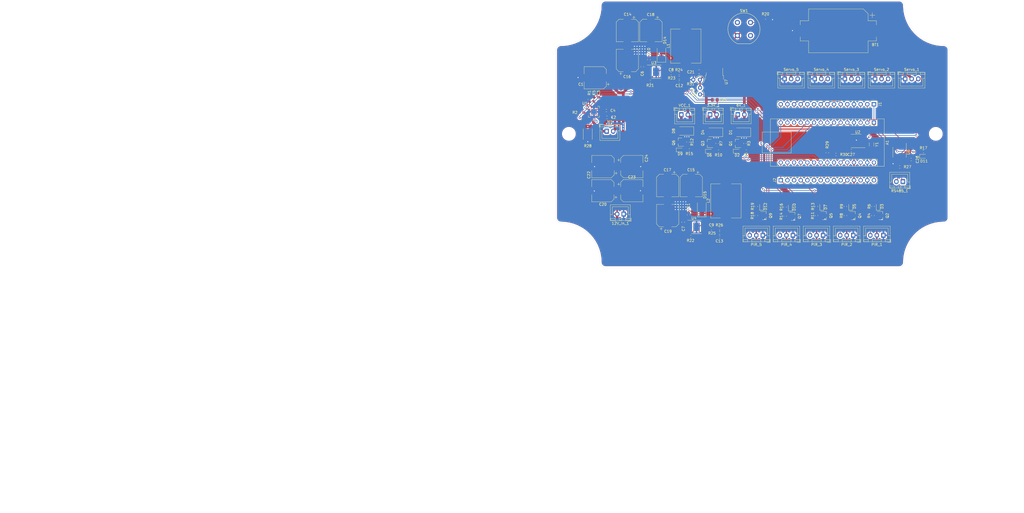
<source format=kicad_pcb>
(kicad_pcb (version 20171130) (host pcbnew 5.1.6-c6e7f7d~87~ubuntu18.04.1)
  (layers (0 F.Cu signal) (31 B.Cu signal) (34 B.Paste user) (35 F.Paste user) (36 B.SilkS user) (37 F.SilkS user) (38 B.Mask user) (39 F.Mask user) (44 Edge.Cuts user))
  (net 0 "")
  (net 1 /Tx)
  (net 2 "Net-(A1-Pad17)")
  (net 3 /Rx)
  (net 4 "Net-(A1-Pad18)")
  (net 5 "Net-(A1-Pad3)")
  (net 6 /PIR_3)
  (net 7 GND)
  (net 8 /6V_1)
  (net 9 /Status_LED)
  (net 10 /3.3V_1)
  (net 11 /Motor_Enable)
  (net 12 /VCC_1)
  (net 13 /Motor_Direction)
  (net 14 /SDA)
  (net 15 /Servo_1)
  (net 16 /SCL)
  (net 17 /Servo_2)
  (net 18 /Test_Button)
  (net 19 /PIR_4)
  (net 20 /power-supply/6V_Enable)
  (net 21 /PIR_2)
  (net 22 +5V)
  (net 23 /Servo_3)
  (net 24 "Net-(A1-Pad28)")
  (net 25 /Servo_4)
  (net 26 /Servo_5)
  (net 27 "Net-(A1-Pad30)")
  (net 28 /PIR_5)
  (net 29 /PIR_1)
  (net 30 "Net-(BT1-Pad1)")
  (net 31 "Net-(C3-Pad2)")
  (net 32 "Net-(C4-Pad1)")
  (net 33 "Net-(C4-Pad2)")
  (net 34 "Net-(C5-Pad1)")
  (net 35 VCC)
  (net 36 "Net-(C8-Pad1)")
  (net 37 "Net-(C9-Pad1)")
  (net 38 "Net-(C10-Pad2)")
  (net 39 "Net-(C10-Pad1)")
  (net 40 "Net-(C11-Pad1)")
  (net 41 "Net-(C11-Pad2)")
  (net 42 +6V)
  (net 43 +3V3)
  (net 44 "Net-(D2-Pad2)")
  (net 45 "Net-(D3-Pad1)")
  (net 46 "Net-(D3-Pad2)")
  (net 47 "Net-(D5-Pad2)")
  (net 48 "Net-(D5-Pad1)")
  (net 49 "Net-(D6-Pad2)")
  (net 50 "Net-(D7-Pad1)")
  (net 51 "Net-(D7-Pad2)")
  (net 52 "Net-(D8-Pad2)")
  (net 53 "Net-(D9-Pad2)")
  (net 54 "Net-(D10-Pad2)")
  (net 55 "Net-(D10-Pad1)")
  (net 56 "Net-(D11-Pad2)")
  (net 57 "Net-(D12-Pad1)")
  (net 58 "Net-(D12-Pad2)")
  (net 59 "Net-(M1-Pad2)")
  (net 60 "Net-(M1-Pad1)")
  (net 61 "Net-(R1-Pad1)")
  (net 62 "Net-(R2-Pad1)")
  (net 63 "Net-(R21-Pad1)")
  (net 64 "Net-(R22-Pad1)")
  (net 65 "Net-(R23-Pad2)")
  (net 66 "Net-(R25-Pad2)")
  (net 67 "Net-(R28-Pad1)")
  (net 68 "Net-(SW1-Pad1)")
  (net 69 "Net-(SW1-Pad4)")
  (net 70 "Net-(U1-Pad5)")
  (net 71 "Net-(U1-Pad15)")
  (net 72 "Net-(U2-Pad7)")
  (net 73 "Net-(U2-Pad2)")
  (net 74 "Net-(U2-Pad1)")
  (net 75 "Net-(6V_1-Pad1)")
  (net 76 "Net-(3.3V_1-Pad1)")
  (net 77 "Net-(R27-Pad1)")
  (net 78 "Net-(R27-Pad2)")
  (net 79 "Net-(R31-Pad1)")
  (module Module:Arduino_Nano (layer F.Cu) (at 182.4 83.7 270)
    (fp_text reference A1 (at 7.62 -5.08 90) (layer F.SilkS))
    (fp_text value Arduino_Nano_v3.x)
    (pad 1 thru_hole rect (at 0 0 270) (size 1.6 1.6) (drill 1) (layers *.Cu *.Mask) (net 1 /Tx))
    (pad 17 thru_hole oval (at 15.24 33.02 270) (size 1.6 1.6) (drill 1) (layers *.Cu *.Mask) (net 2 "Net-(A1-Pad17)"))
    (pad 2 thru_hole oval (at 0 2.54 270) (size 1.6 1.6) (drill 1) (layers *.Cu *.Mask) (net 3 /Rx))
    (pad 18 thru_hole oval (at 15.24 30.48 270) (size 1.6 1.6) (drill 1) (layers *.Cu *.Mask) (net 4 "Net-(A1-Pad18)"))
    (pad 3 thru_hole oval (at 0 5.08 270) (size 1.6 1.6) (drill 1) (layers *.Cu *.Mask) (net 5 "Net-(A1-Pad3)"))
    (pad 19 thru_hole oval (at 15.24 27.94 270) (size 1.6 1.6) (drill 1) (layers *.Cu *.Mask) (net 29 /PIR_1))
    (pad 4 thru_hole oval (at 0 7.62 270) (size 1.6 1.6) (drill 1) (layers *.Cu *.Mask) (net 7 GND))
    (pad 20 thru_hole oval (at 15.24 25.4 270) (size 1.6 1.6) (drill 1) (layers *.Cu *.Mask) (net 12 /VCC_1))
    (pad 5 thru_hole oval (at 0 10.16 270) (size 1.6 1.6) (drill 1) (layers *.Cu *.Mask) (net 9 /Status_LED))
    (pad 21 thru_hole oval (at 15.24 22.86 270) (size 1.6 1.6) (drill 1) (layers *.Cu *.Mask) (net 10 /3.3V_1))
    (pad 6 thru_hole oval (at 0 12.7 270) (size 1.6 1.6) (drill 1) (layers *.Cu *.Mask) (net 11 /Motor_Enable))
    (pad 22 thru_hole oval (at 15.24 20.32 270) (size 1.6 1.6) (drill 1) (layers *.Cu *.Mask) (net 8 /6V_1))
    (pad 7 thru_hole oval (at 0 15.24 270) (size 1.6 1.6) (drill 1) (layers *.Cu *.Mask) (net 13 /Motor_Direction))
    (pad 23 thru_hole oval (at 15.24 17.78 270) (size 1.6 1.6) (drill 1) (layers *.Cu *.Mask) (net 14 /SDA))
    (pad 8 thru_hole oval (at 0 17.78 270) (size 1.6 1.6) (drill 1) (layers *.Cu *.Mask) (net 15 /Servo_1))
    (pad 24 thru_hole oval (at 15.24 15.24 270) (size 1.6 1.6) (drill 1) (layers *.Cu *.Mask) (net 16 /SCL))
    (pad 9 thru_hole oval (at 0 20.32 270) (size 1.6 1.6) (drill 1) (layers *.Cu *.Mask) (net 17 /Servo_2))
    (pad 25 thru_hole oval (at 15.24 12.7 270) (size 1.6 1.6) (drill 1) (layers *.Cu *.Mask) (net 18 /Test_Button))
    (pad 10 thru_hole oval (at 0 22.86 270) (size 1.6 1.6) (drill 1) (layers *.Cu *.Mask) (net 6 /PIR_3))
    (pad 26 thru_hole oval (at 15.24 10.16 270) (size 1.6 1.6) (drill 1) (layers *.Cu *.Mask) (net 20 /power-supply/6V_Enable))
    (pad 11 thru_hole oval (at 0 25.4 270) (size 1.6 1.6) (drill 1) (layers *.Cu *.Mask) (net 19 /PIR_4))
    (pad 27 thru_hole oval (at 15.24 7.62 270) (size 1.6 1.6) (drill 1) (layers *.Cu *.Mask) (net 22 +5V))
    (pad 12 thru_hole oval (at 0 27.94 270) (size 1.6 1.6) (drill 1) (layers *.Cu *.Mask) (net 25 /Servo_4))
    (pad 28 thru_hole oval (at 15.24 5.08 270) (size 1.6 1.6) (drill 1) (layers *.Cu *.Mask) (net 24 "Net-(A1-Pad28)"))
    (pad 13 thru_hole oval (at 0 30.48 270) (size 1.6 1.6) (drill 1) (layers *.Cu *.Mask) (net 23 /Servo_3))
    (pad 29 thru_hole oval (at 15.24 2.54 270) (size 1.6 1.6) (drill 1) (layers *.Cu *.Mask) (net 7 GND))
    (pad 14 thru_hole oval (at 0 33.02 270) (size 1.6 1.6) (drill 1) (layers *.Cu *.Mask) (net 26 /Servo_5))
    (pad 30 thru_hole oval (at 15.24 0 270) (size 1.6 1.6) (drill 1) (layers *.Cu *.Mask) (net 27 "Net-(A1-Pad30)"))
    (pad 15 thru_hole oval (at 0 35.56 270) (size 1.6 1.6) (drill 1) (layers *.Cu *.Mask) (net 28 /PIR_5))
    (pad 16 thru_hole oval (at 15.24 35.56 270) (size 1.6 1.6) (drill 1) (layers *.Cu *.Mask) (net 21 /PIR_2))
  )
  (module Battery:BatteryHolder_Keystone_1060_1x2032 (layer F.Cu) (at 168.8 48.7 180)
    (fp_text reference BT1 (at -14.125 -5.3) (layer F.SilkS))
    (fp_text value Battery_Cell)
    (pad 2 smd rect (at 14.65 0) (size 2.6 3.6) (layers F.Cu F.Paste F.Mask) (net 7 GND))
    (pad 1 smd rect (at -14.65 0) (size 2.6 3.6) (layers F.Cu F.Paste F.Mask) (net 30 "Net-(BT1-Pad1)"))
  )
  (module Capacitor_SMD:CP_Elec_8x10 (layer F.Cu) (at 76.05 66.6 180)
    (fp_text reference C1 (at 5.5 -2.5 180) (layer F.SilkS))
    (fp_text value 220uF)
    (pad 1 smd roundrect (at -3.25 0 180) (size 3.5 2.5) (layers F.Cu F.Paste F.Mask) (roundrect_rratio 0.1) (net 35 VCC))
    (pad 2 smd roundrect (at 3.25 0 180) (size 3.5 2.5) (layers F.Cu F.Paste F.Mask) (roundrect_rratio 0.1) (net 7 GND))
  )
  (module Capacitor_SMD:C_0603_1608Metric (layer F.Cu) (at 80.5125 81.7)
    (fp_text reference C2 (at 2.5 0) (layer F.SilkS))
    (fp_text value 0.1uF)
    (pad 1 smd roundrect (at -0.7875 0) (size 0.875 0.95) (layers F.Cu F.Paste F.Mask) (net 35 VCC))
    (pad 2 smd roundrect (at 0.7875 0) (size 0.875 0.95) (layers F.Cu F.Paste F.Mask) (net 7 GND))
  )
  (module Capacitor_SMD:C_0603_1608Metric (layer F.Cu) (at 77.3 74.85 270)
    (fp_text reference C3 (at -2.4625 0 90) (layer F.SilkS))
    (fp_text value 0.1uF)
    (pad 2 smd roundrect (at 0.7875 0 270) (size 0.875 0.95) (layers F.Cu F.Paste F.Mask) (net 31 "Net-(C3-Pad2)"))
    (pad 1 smd roundrect (at -0.7875 0 270) (size 0.875 0.95) (layers F.Cu F.Paste F.Mask) (net 35 VCC))
  )
  (module Capacitor_SMD:C_0603_1608Metric (layer F.Cu) (at 80.3 79.1 180)
    (fp_text reference C4 (at -2.5 0) (layer F.SilkS))
    (fp_text value 0.1uF)
    (pad 1 smd roundrect (at -0.7875 0 180) (size 0.875 0.95) (layers F.Cu F.Paste F.Mask) (net 32 "Net-(C4-Pad1)"))
    (pad 2 smd roundrect (at 0.7875 0 180) (size 0.875 0.95) (layers F.Cu F.Paste F.Mask) (net 33 "Net-(C4-Pad2)"))
  )
  (module Capacitor_SMD:C_0603_1608Metric (layer F.Cu) (at 75.55 74.85 90)
    (fp_text reference C5 (at 2.5 0 90) (layer F.SilkS))
    (fp_text value 0.22uF)
    (pad 2 smd roundrect (at 0.7875 0 90) (size 0.875 0.95) (layers F.Cu F.Paste F.Mask) (net 7 GND))
    (pad 1 smd roundrect (at -0.7875 0 90) (size 0.875 0.95) (layers F.Cu F.Paste F.Mask) (net 34 "Net-(C5-Pad1)"))
  )
  (module Capacitor_SMD:C_0603_1608Metric (layer F.Cu) (at 94 62.4 90)
    (fp_text reference C6 (at -2.6 0 90) (layer F.SilkS))
    (fp_text value 4.7uF)
    (pad 1 smd roundrect (at -0.7875 0 90) (size 0.875 0.95) (layers F.Cu F.Paste F.Mask) (net 35 VCC))
    (pad 2 smd roundrect (at 0.7875 0 90) (size 0.875 0.95) (layers F.Cu F.Paste F.Mask) (net 7 GND))
  )
  (module Capacitor_SMD:C_0603_1608Metric (layer F.Cu) (at 109.6 121.7125 90)
    (fp_text reference C7 (at -2.4875 0.1 90) (layer F.SilkS))
    (fp_text value 4.7uF)
    (pad 2 smd roundrect (at 0.7875 0 90) (size 0.875 0.95) (layers F.Cu F.Paste F.Mask) (net 7 GND))
    (pad 1 smd roundrect (at -0.7875 0 90) (size 0.875 0.95) (layers F.Cu F.Paste F.Mask) (net 35 VCC))
  )
  (module Capacitor_SMD:C_0603_1608Metric (layer F.Cu) (at 105 65)
    (fp_text reference C8 (at 0 -1.43) (layer F.SilkS))
    (fp_text value 47nF)
    (pad 1 smd roundrect (at -0.7875 0) (size 0.875 0.95) (layers F.Cu F.Paste F.Mask) (net 36 "Net-(C8-Pad1)"))
    (pad 2 smd roundrect (at 0.7875 0) (size 0.875 0.95) (layers F.Cu F.Paste F.Mask) (net 7 GND))
  )
  (module Capacitor_SMD:C_0603_1608Metric (layer F.Cu) (at 120.4 124.2)
    (fp_text reference C9 (at 0 -1.43) (layer F.SilkS))
    (fp_text value 47nF)
    (pad 1 smd roundrect (at -0.7875 0) (size 0.875 0.95) (layers F.Cu F.Paste F.Mask) (net 37 "Net-(C9-Pad1)"))
    (pad 2 smd roundrect (at 0.7875 0) (size 0.875 0.95) (layers F.Cu F.Paste F.Mask) (net 7 GND))
  )
  (module Capacitor_SMD:C_0603_1608Metric (layer F.Cu) (at 96.5 59.6875 270)
    (fp_text reference C10 (at -3.0875 0 90) (layer F.SilkS))
    (fp_text value 100nF)
    (pad 2 smd roundrect (at 0.7875 0 270) (size 0.875 0.95) (layers F.Cu F.Paste F.Mask) (net 38 "Net-(C10-Pad2)"))
    (pad 1 smd roundrect (at -0.7875 0 270) (size 0.875 0.95) (layers F.Cu F.Paste F.Mask) (net 39 "Net-(C10-Pad1)"))
  )
  (module Capacitor_SMD:C_0603_1608Metric (layer F.Cu) (at 111.7 118.9 270)
    (fp_text reference C11 (at -3 0.1 90) (layer F.SilkS))
    (fp_text value 100nF)
    (pad 1 smd roundrect (at -0.7875 0 270) (size 0.875 0.95) (layers F.Cu F.Paste F.Mask) (net 40 "Net-(C11-Pad1)"))
    (pad 2 smd roundrect (at 0.7875 0 270) (size 0.875 0.95) (layers F.Cu F.Paste F.Mask) (net 41 "Net-(C11-Pad2)"))
  )
  (module Capacitor_SMD:C_0603_1608Metric (layer F.Cu) (at 108.1 68.2 180)
    (fp_text reference C12 (at 0 -1.43) (layer F.SilkS))
    (fp_text value 1uF)
    (pad 1 smd roundrect (at -0.7875 0 180) (size 0.875 0.95) (layers F.Cu F.Paste F.Mask) (net 42 +6V))
    (pad 2 smd roundrect (at 0.7875 0 180) (size 0.875 0.95) (layers F.Cu F.Paste F.Mask) (net 7 GND))
  )
  (module Capacitor_SMD:C_0603_1608Metric (layer F.Cu) (at 123.5125 127.4 180)
    (fp_text reference C13 (at 0.1 -1.5) (layer F.SilkS))
    (fp_text value 1uF)
    (pad 2 smd roundrect (at 0.7875 0 180) (size 0.875 0.95) (layers F.Cu F.Paste F.Mask) (net 7 GND))
    (pad 1 smd roundrect (at -0.7875 0 180) (size 0.875 0.95) (layers F.Cu F.Paste F.Mask) (net 22 +5V))
  )
  (module Capacitor_SMD:CP_Elec_8x10 (layer F.Cu) (at 88.3 48.55 270)
    (fp_text reference C14 (at -6.15 -0.1 180) (layer F.SilkS))
    (fp_text value 220uF)
    (pad 1 smd roundrect (at -3.25 0 270) (size 3.5 2.5) (layers F.Cu F.Paste F.Mask) (roundrect_rratio 0.1) (net 42 +6V))
    (pad 2 smd roundrect (at 3.25 0 270) (size 3.5 2.5) (layers F.Cu F.Paste F.Mask) (roundrect_rratio 0.1) (net 7 GND))
  )
  (module Capacitor_SMD:CP_Elec_8x10 (layer F.Cu) (at 112.7 107.7 270)
    (fp_text reference C15 (at -5.95 0.1 180) (layer F.SilkS))
    (fp_text value 220uF)
    (pad 2 smd roundrect (at 3.25 0 270) (size 3.5 2.5) (layers F.Cu F.Paste F.Mask) (roundrect_rratio 0.1) (net 7 GND))
    (pad 1 smd roundrect (at -3.25 0 270) (size 3.5 2.5) (layers F.Cu F.Paste F.Mask) (roundrect_rratio 0.1) (net 22 +5V))
  )
  (module Capacitor_SMD:CP_Elec_8x10 (layer F.Cu) (at 88.3 60 90)
    (fp_text reference C16 (at -6.2 -0.1 180) (layer F.SilkS))
    (fp_text value 220uF)
    (pad 2 smd roundrect (at 3.25 0 90) (size 3.5 2.5) (layers F.Cu F.Paste F.Mask) (roundrect_rratio 0.1) (net 7 GND))
    (pad 1 smd roundrect (at -3.25 0 90) (size 3.5 2.5) (layers F.Cu F.Paste F.Mask) (roundrect_rratio 0.1) (net 42 +6V))
  )
  (module Capacitor_SMD:CP_Elec_8x10 (layer F.Cu) (at 103.7 107.7 270)
    (fp_text reference C17 (at -5.95 0.1 180) (layer F.SilkS))
    (fp_text value 220uF)
    (pad 1 smd roundrect (at -3.25 0 270) (size 3.5 2.5) (layers F.Cu F.Paste F.Mask) (roundrect_rratio 0.1) (net 22 +5V))
    (pad 2 smd roundrect (at 3.25 0 270) (size 3.5 2.5) (layers F.Cu F.Paste F.Mask) (roundrect_rratio 0.1) (net 7 GND))
  )
  (module Capacitor_SMD:CP_Elec_8x10 (layer F.Cu) (at 97.3 48.55 270)
    (fp_text reference C18 (at -6.05 0.1 180) (layer F.SilkS))
    (fp_text value 220uF)
    (pad 1 smd roundrect (at -3.25 0 270) (size 3.5 2.5) (layers F.Cu F.Paste F.Mask) (roundrect_rratio 0.1) (net 42 +6V))
    (pad 2 smd roundrect (at 3.25 0 270) (size 3.5 2.5) (layers F.Cu F.Paste F.Mask) (roundrect_rratio 0.1) (net 7 GND))
  )
  (module Capacitor_SMD:CP_Elec_8x10 (layer F.Cu) (at 103.7 119.2 90)
    (fp_text reference C19 (at -6 0.1 180) (layer F.SilkS))
    (fp_text value 220uF)
    (pad 2 smd roundrect (at 3.25 0 90) (size 3.5 2.5) (layers F.Cu F.Paste F.Mask) (roundrect_rratio 0.1) (net 7 GND))
    (pad 1 smd roundrect (at -3.25 0 90) (size 3.5 2.5) (layers F.Cu F.Paste F.Mask) (roundrect_rratio 0.1) (net 22 +5V))
  )
  (module Capacitor_SMD:CP_Elec_8x10 (layer F.Cu) (at 78.95 109.7 180)
    (fp_text reference C20 (at 0 -5.2) (layer F.SilkS))
    (fp_text value 220uF)
    (pad 2 smd roundrect (at 3.25 0 180) (size 3.5 2.5) (layers F.Cu F.Paste F.Mask) (roundrect_rratio 0.1) (net 7 GND))
    (pad 1 smd roundrect (at -3.25 0 180) (size 3.5 2.5) (layers F.Cu F.Paste F.Mask) (roundrect_rratio 0.1) (net 35 VCC))
  )
  (module Capacitor_SMD:C_0805_2012Metric (layer F.Cu) (at 115.6625 64.3 180)
    (fp_text reference C21 (at 3.1375 -0.1) (layer F.SilkS))
    (fp_text value 22uF)
    (pad 2 smd roundrect (at 0.9375 0 180) (size 0.975 1.4) (layers F.Cu F.Paste F.Mask) (net 7 GND))
    (pad 1 smd roundrect (at -0.9375 0 180) (size 0.975 1.4) (layers F.Cu F.Paste F.Mask) (net 42 +6V))
  )
  (module Capacitor_SMD:CP_Elec_8x10 (layer F.Cu) (at 79 100.5 180)
    (fp_text reference C22 (at 5.4 -3.2 90) (layer F.SilkS))
    (fp_text value 220uF)
    (pad 1 smd roundrect (at -3.25 0 180) (size 3.5 2.5) (layers F.Cu F.Paste F.Mask) (roundrect_rratio 0.1) (net 35 VCC))
    (pad 2 smd roundrect (at 3.25 0 180) (size 3.5 2.5) (layers F.Cu F.Paste F.Mask) (roundrect_rratio 0.1) (net 7 GND))
  )
  (module Capacitor_SMD:CP_Elec_8x10 (layer F.Cu) (at 90 109.7)
    (fp_text reference C23 (at 0 -5.2) (layer F.SilkS))
    (fp_text value 220uF)
    (pad 2 smd roundrect (at 3.25 0) (size 3.5 2.5) (layers F.Cu F.Paste F.Mask) (roundrect_rratio 0.1) (net 7 GND))
    (pad 1 smd roundrect (at -3.25 0) (size 3.5 2.5) (layers F.Cu F.Paste F.Mask) (roundrect_rratio 0.1) (net 35 VCC))
  )
  (module Capacitor_SMD:CP_Elec_8x10 (layer F.Cu) (at 90 100.5)
    (fp_text reference C24 (at 5.6 -3.2 270) (layer F.SilkS))
    (fp_text value 220uF)
    (pad 1 smd roundrect (at -3.25 0) (size 3.5 2.5) (layers F.Cu F.Paste F.Mask) (roundrect_rratio 0.1) (net 35 VCC))
    (pad 2 smd roundrect (at 3.25 0) (size 3.5 2.5) (layers F.Cu F.Paste F.Mask) (roundrect_rratio 0.1) (net 7 GND))
  )
  (module Capacitor_SMD:C_0805_2012Metric (layer F.Cu) (at 121.6625 75)
    (fp_text reference C25 (at 3.1375 0) (layer F.SilkS))
    (fp_text value 22uF)
    (pad 1 smd roundrect (at -0.9375 0) (size 0.975 1.4) (layers F.Cu F.Paste F.Mask) (net 43 +3V3))
    (pad 2 smd roundrect (at 0.9375 0) (size 0.975 1.4) (layers F.Cu F.Paste F.Mask) (net 7 GND))
  )
  (module Capacitor_SMD:C_0603_1608Metric (layer F.Cu) (at 196.6 97.8)
    (fp_text reference C26 (at 2.4 0 270) (layer F.SilkS))
    (fp_text value 0.1uF)
    (pad 2 smd roundrect (at 0.7875 0) (size 0.875 0.95) (layers F.Cu F.Paste F.Mask) (net 7 GND))
    (pad 1 smd roundrect (at -0.7875 0) (size 0.875 0.95) (layers F.Cu F.Paste F.Mask) (net 22 +5V))
  )
  (module Diode_SMD:D_SMA (layer F.Cu) (at 131.95 87.4 180)
    (fp_text reference D1 (at 4.25 0 270) (layer F.SilkS))
    (fp_text value D)
    (pad 2 smd rect (at 2 0 180) (size 2.5 1.8) (layers F.Cu F.Paste F.Mask) (net 75 "Net-(6V_1-Pad1)"))
    (pad 1 smd rect (at -2 0 180) (size 2.5 1.8) (layers F.Cu F.Paste F.Mask) (net 42 +6V))
  )
  (module LED_SMD:LED_0603_1608Metric (layer F.Cu) (at 130.2 94.65)
    (fp_text reference D2 (at 0 1.5) (layer F.SilkS))
    (fp_text value LED)
    (pad 2 smd roundrect (at 0.7875 0) (size 0.875 0.95) (layers F.Cu F.Paste F.Mask) (net 44 "Net-(D2-Pad2)"))
    (pad 1 smd roundrect (at -0.7875 0) (size 0.875 0.95) (layers F.Cu F.Paste F.Mask) (net 75 "Net-(6V_1-Pad1)"))
  )
  (module LED_SMD:LED_0603_1608Metric (layer F.Cu) (at 184 115.7 90)
    (fp_text reference D3 (at 0 1.5 90) (layer F.SilkS))
    (fp_text value LED)
    (pad 1 smd roundrect (at -0.7875 0 90) (size 0.875 0.95) (layers F.Cu F.Paste F.Mask) (net 45 "Net-(D3-Pad1)"))
    (pad 2 smd roundrect (at 0.7875 0 90) (size 0.875 0.95) (layers F.Cu F.Paste F.Mask) (net 46 "Net-(D3-Pad2)"))
  )
  (module Diode_SMD:D_SMA (layer F.Cu) (at 121.35 87.4 180)
    (fp_text reference D4 (at 4.25 0 270) (layer F.SilkS))
    (fp_text value D)
    (pad 1 smd rect (at -2 0 180) (size 2.5 1.8) (layers F.Cu F.Paste F.Mask) (net 43 +3V3))
    (pad 2 smd rect (at 2 0 180) (size 2.5 1.8) (layers F.Cu F.Paste F.Mask) (net 76 "Net-(3.3V_1-Pad1)"))
  )
  (module LED_SMD:LED_0603_1608Metric (layer F.Cu) (at 173.5 115.7 90)
    (fp_text reference D5 (at 0 1.5 90) (layer F.SilkS))
    (fp_text value LED)
    (pad 2 smd roundrect (at 0.7875 0 90) (size 0.875 0.95) (layers F.Cu F.Paste F.Mask) (net 47 "Net-(D5-Pad2)"))
    (pad 1 smd roundrect (at -0.7875 0 90) (size 0.875 0.95) (layers F.Cu F.Paste F.Mask) (net 48 "Net-(D5-Pad1)"))
  )
  (module LED_SMD:LED_0603_1608Metric (layer F.Cu) (at 119.6 94.65)
    (fp_text reference D6 (at 0 1.5) (layer F.SilkS))
    (fp_text value LED)
    (pad 1 smd roundrect (at -0.7875 0) (size 0.875 0.95) (layers F.Cu F.Paste F.Mask) (net 76 "Net-(3.3V_1-Pad1)"))
    (pad 2 smd roundrect (at 0.7875 0) (size 0.875 0.95) (layers F.Cu F.Paste F.Mask) (net 49 "Net-(D6-Pad2)"))
  )
  (module LED_SMD:LED_0603_1608Metric (layer F.Cu) (at 162.5 115.7 90)
    (fp_text reference D7 (at -0.25 1.5 90) (layer F.SilkS))
    (fp_text value LED)
    (pad 1 smd roundrect (at -0.7875 0 90) (size 0.875 0.95) (layers F.Cu F.Paste F.Mask) (net 50 "Net-(D7-Pad1)"))
    (pad 2 smd roundrect (at 0.7875 0 90) (size 0.875 0.95) (layers F.Cu F.Paste F.Mask) (net 51 "Net-(D7-Pad2)"))
  )
  (module Diode_SMD:D_SMA (layer F.Cu) (at 110.2 86.9 180)
    (fp_text reference D8 (at 4.25 0 270) (layer F.SilkS))
    (fp_text value D)
    (pad 1 smd rect (at -2 0 180) (size 2.5 1.8) (layers F.Cu F.Paste F.Mask) (net 35 VCC))
    (pad 2 smd rect (at 2 0 180) (size 2.5 1.8) (layers F.Cu F.Paste F.Mask) (net 52 "Net-(D8-Pad2)"))
  )
  (module LED_SMD:LED_0603_1608Metric (layer F.Cu) (at 108.45 94.15)
    (fp_text reference D9 (at 0 1.5) (layer F.SilkS))
    (fp_text value LED)
    (pad 1 smd roundrect (at -0.7875 0) (size 0.875 0.95) (layers F.Cu F.Paste F.Mask) (net 52 "Net-(D8-Pad2)"))
    (pad 2 smd roundrect (at 0.7875 0) (size 0.875 0.95) (layers F.Cu F.Paste F.Mask) (net 53 "Net-(D9-Pad2)"))
  )
  (module LED_SMD:LED_0603_1608Metric (layer F.Cu) (at 150.5 115.95 90)
    (fp_text reference D10 (at 0 1.5 90) (layer F.SilkS))
    (fp_text value LED)
    (pad 2 smd roundrect (at 0.7875 0 90) (size 0.875 0.95) (layers F.Cu F.Paste F.Mask) (net 54 "Net-(D10-Pad2)"))
    (pad 1 smd roundrect (at -0.7875 0 90) (size 0.875 0.95) (layers F.Cu F.Paste F.Mask) (net 55 "Net-(D10-Pad1)"))
  )
  (module LED_SMD:LED_0603_1608Metric (layer F.Cu) (at 201.3 96.6)
    (fp_text reference D11 (at 0.2 1.8) (layer F.SilkS))
    (fp_text value LED)
    (pad 2 smd roundrect (at 0.7875 0) (size 0.875 0.95) (layers F.Cu F.Paste F.Mask) (net 56 "Net-(D11-Pad2)"))
    (pad 1 smd roundrect (at -0.7875 0) (size 0.875 0.95) (layers F.Cu F.Paste F.Mask) (net 7 GND))
  )
  (module LED_SMD:LED_0603_1608Metric (layer F.Cu) (at 139.5 115.7 90)
    (fp_text reference D12 (at 0 1.5 90) (layer F.SilkS))
    (fp_text value LED)
    (pad 1 smd roundrect (at -0.7875 0 90) (size 0.875 0.95) (layers F.Cu F.Paste F.Mask) (net 57 "Net-(D12-Pad1)"))
    (pad 2 smd roundrect (at 0.7875 0 90) (size 0.875 0.95) (layers F.Cu F.Paste F.Mask) (net 58 "Net-(D12-Pad2)"))
  )
  (module Diode_SMD:D_SMA (layer F.Cu) (at 101.3 57.3 90)
    (fp_text reference D14 (at 5 1.3 90) (layer F.SilkS))
    (fp_text value D_Shockley)
    (pad 1 smd rect (at -2 0 90) (size 2.5 1.8) (layers F.Cu F.Paste F.Mask) (net 39 "Net-(C10-Pad1)"))
    (pad 2 smd rect (at 2 0 90) (size 2.5 1.8) (layers F.Cu F.Paste F.Mask) (net 7 GND))
  )
  (module Diode_SMD:D_SMA (layer F.Cu) (at 116.7 116.3 90)
    (fp_text reference D15 (at 5 1.2 90) (layer F.SilkS))
    (fp_text value D_Shockley)
    (pad 2 smd rect (at 2 0 90) (size 2.5 1.8) (layers F.Cu F.Paste F.Mask) (net 7 GND))
    (pad 1 smd rect (at -2 0 90) (size 2.5 1.8) (layers F.Cu F.Paste F.Mask) (net 40 "Net-(C11-Pad1)"))
  )
  (module Connector_PinHeader_2.54mm:PinHeader_1x15_P2.54mm_Vertical (layer F.Cu) (at 182.4 76.7 270)
    (fp_text reference J1 (at 0 -2.33 90) (layer F.SilkS))
    (fp_text value Conn_01x15)
    (pad 1 thru_hole rect (at 0 0 270) (size 1.7 1.7) (drill 1) (layers *.Cu *.Mask) (net 1 /Tx))
    (pad 2 thru_hole oval (at 0 2.54 270) (size 1.7 1.7) (drill 1) (layers *.Cu *.Mask) (net 3 /Rx))
    (pad 3 thru_hole oval (at 0 5.08 270) (size 1.7 1.7) (drill 1) (layers *.Cu *.Mask) (net 5 "Net-(A1-Pad3)"))
    (pad 4 thru_hole oval (at 0 7.62 270) (size 1.7 1.7) (drill 1) (layers *.Cu *.Mask) (net 7 GND))
    (pad 5 thru_hole oval (at 0 10.16 270) (size 1.7 1.7) (drill 1) (layers *.Cu *.Mask) (net 9 /Status_LED))
    (pad 6 thru_hole oval (at 0 12.7 270) (size 1.7 1.7) (drill 1) (layers *.Cu *.Mask) (net 11 /Motor_Enable))
    (pad 7 thru_hole oval (at 0 15.24 270) (size 1.7 1.7) (drill 1) (layers *.Cu *.Mask) (net 13 /Motor_Direction))
    (pad 8 thru_hole oval (at 0 17.78 270) (size 1.7 1.7) (drill 1) (layers *.Cu *.Mask) (net 15 /Servo_1))
    (pad 9 thru_hole oval (at 0 20.32 270) (size 1.7 1.7) (drill 1) (layers *.Cu *.Mask) (net 17 /Servo_2))
    (pad 10 thru_hole oval (at 0 22.86 270) (size 1.7 1.7) (drill 1) (layers *.Cu *.Mask) (net 6 /PIR_3))
    (pad 11 thru_hole oval (at 0 25.4 270) (size 1.7 1.7) (drill 1) (layers *.Cu *.Mask) (net 19 /PIR_4))
    (pad 12 thru_hole oval (at 0 27.94 270) (size 1.7 1.7) (drill 1) (layers *.Cu *.Mask) (net 25 /Servo_4))
    (pad 13 thru_hole oval (at 0 30.48 270) (size 1.7 1.7) (drill 1) (layers *.Cu *.Mask) (net 23 /Servo_3))
    (pad 14 thru_hole oval (at 0 33.02 270) (size 1.7 1.7) (drill 1) (layers *.Cu *.Mask) (net 26 /Servo_5))
    (pad 15 thru_hole oval (at 0 35.56 270) (size 1.7 1.7) (drill 1) (layers *.Cu *.Mask) (net 28 /PIR_5))
  )
  (module Connector_PinHeader_2.54mm:PinHeader_1x15_P2.54mm_Vertical (layer F.Cu) (at 146.84 105.7 90)
    (fp_text reference J2 (at 0 -2.33 90) (layer F.SilkS))
    (fp_text value Conn_01x15)
    (pad 15 thru_hole oval (at 0 35.56 90) (size 1.7 1.7) (drill 1) (layers *.Cu *.Mask) (net 27 "Net-(A1-Pad30)"))
    (pad 14 thru_hole oval (at 0 33.02 90) (size 1.7 1.7) (drill 1) (layers *.Cu *.Mask) (net 7 GND))
    (pad 13 thru_hole oval (at 0 30.48 90) (size 1.7 1.7) (drill 1) (layers *.Cu *.Mask) (net 24 "Net-(A1-Pad28)"))
    (pad 12 thru_hole oval (at 0 27.94 90) (size 1.7 1.7) (drill 1) (layers *.Cu *.Mask) (net 22 +5V))
    (pad 11 thru_hole oval (at 0 25.4 90) (size 1.7 1.7) (drill 1) (layers *.Cu *.Mask) (net 20 /power-supply/6V_Enable))
    (pad 10 thru_hole oval (at 0 22.86 90) (size 1.7 1.7) (drill 1) (layers *.Cu *.Mask) (net 18 /Test_Button))
    (pad 9 thru_hole oval (at 0 20.32 90) (size 1.7 1.7) (drill 1) (layers *.Cu *.Mask) (net 16 /SCL))
    (pad 8 thru_hole oval (at 0 17.78 90) (size 1.7 1.7) (drill 1) (layers *.Cu *.Mask) (net 14 /SDA))
    (pad 7 thru_hole oval (at 0 15.24 90) (size 1.7 1.7) (drill 1) (layers *.Cu *.Mask) (net 8 /6V_1))
    (pad 6 thru_hole oval (at 0 12.7 90) (size 1.7 1.7) (drill 1) (layers *.Cu *.Mask) (net 10 /3.3V_1))
    (pad 5 thru_hole oval (at 0 10.16 90) (size 1.7 1.7) (drill 1) (layers *.Cu *.Mask) (net 12 /VCC_1))
    (pad 4 thru_hole oval (at 0 7.62 90) (size 1.7 1.7) (drill 1) (layers *.Cu *.Mask) (net 29 /PIR_1))
    (pad 3 thru_hole oval (at 0 5.08 90) (size 1.7 1.7) (drill 1) (layers *.Cu *.Mask) (net 4 "Net-(A1-Pad18)"))
    (pad 2 thru_hole oval (at 0 2.54 90) (size 1.7 1.7) (drill 1) (layers *.Cu *.Mask) (net 2 "Net-(A1-Pad17)"))
    (pad 1 thru_hole rect (at 0 0 90) (size 1.7 1.7) (drill 1) (layers *.Cu *.Mask) (net 21 /PIR_2))
  )
  (module Connector_JST:JST_XH_B2B-XH-A_1x02_P2.50mm_Vertical (layer F.Cu) (at 130.45 80.65)
    (fp_text reference 6V_1 (at 1.25 -3.55) (layer F.SilkS))
    (fp_text value Conn_01x02)
    (pad 2 thru_hole oval (at 2.5 0) (size 1.7 2) (drill 1) (layers *.Cu *.Mask) (net 42 +6V))
    (pad 1 thru_hole roundrect (at 0 0) (size 1.7 2) (drill 1) (layers *.Cu *.Mask) (roundrect_rratio 0.147059) (net 75 "Net-(6V_1-Pad1)"))
  )
  (module Connector_JST:JST_XH_B2B-XH-A_1x02_P2.50mm_Vertical (layer F.Cu) (at 119.85 80.65)
    (fp_text reference 3.3V_1 (at 1.25 -3.55) (layer F.SilkS))
    (fp_text value Conn_01x02)
    (pad 1 thru_hole roundrect (at 0 0) (size 1.7 2) (drill 1) (layers *.Cu *.Mask) (roundrect_rratio 0.147059) (net 76 "Net-(3.3V_1-Pad1)"))
    (pad 2 thru_hole oval (at 2.5 0) (size 1.7 2) (drill 1) (layers *.Cu *.Mask) (net 43 +3V3))
  )
  (module Connector_JST:JST_XH_B2B-XH-A_1x02_P2.50mm_Vertical (layer F.Cu) (at 108.9 80.7)
    (fp_text reference VCC_1 (at 1.25 -3.55) (layer F.SilkS))
    (fp_text value Conn_01x02)
    (pad 1 thru_hole roundrect (at 0 0) (size 1.7 2) (drill 1) (layers *.Cu *.Mask) (roundrect_rratio 0.147059) (net 52 "Net-(D8-Pad2)"))
    (pad 2 thru_hole oval (at 2.5 0) (size 1.7 2) (drill 1) (layers *.Cu *.Mask) (net 35 VCC))
  )
  (module Connector_JST:JST_XH_B2B-XH-A_1x02_P2.50mm_Vertical (layer F.Cu) (at 193.45 106.2 180)
    (fp_text reference RS485_1 (at 1.25 -3.55) (layer F.SilkS))
    (fp_text value Conn_01x02)
    (pad 2 thru_hole oval (at 2.5 0 180) (size 1.7 2) (drill 1) (layers *.Cu *.Mask) (net 77 "Net-(R27-Pad1)"))
    (pad 1 thru_hole roundrect (at 0 0 180) (size 1.7 2) (drill 1) (layers *.Cu *.Mask) (roundrect_rratio 0.147059) (net 78 "Net-(R27-Pad2)"))
  )
  (module Connector_JST:JST_XH_B2B-XH-A_1x02_P2.50mm_Vertical (layer F.Cu) (at 86.9 118.6 180)
    (fp_text reference 12V_In_1 (at 1.25 -3.55) (layer F.SilkS))
    (fp_text value Conn_01x02)
    (pad 1 thru_hole roundrect (at 0 0 180) (size 1.7 2) (drill 1) (layers *.Cu *.Mask) (roundrect_rratio 0.147059) (net 7 GND))
    (pad 2 thru_hole oval (at 2.5 0 180) (size 1.7 2) (drill 1) (layers *.Cu *.Mask) (net 35 VCC))
  )
  (module Connector_JST:JST_XH_B2B-XH-A_1x02_P2.50mm_Vertical (layer F.Cu) (at 80.4 87)
    (fp_text reference M1 (at 1.25 -3.55) (layer F.SilkS))
    (fp_text value Motor_DC)
    (pad 2 thru_hole oval (at 2.5 0) (size 1.7 2) (drill 1) (layers *.Cu *.Mask) (net 59 "Net-(M1-Pad2)"))
    (pad 1 thru_hole roundrect (at 0 0) (size 1.7 2) (drill 1) (layers *.Cu *.Mask) (roundrect_rratio 0.147059) (net 60 "Net-(M1-Pad1)"))
  )
  (module Connector_JST:JST_XH_B3B-XH-A_1x03_P2.50mm_Vertical (layer F.Cu) (at 186 126.7 180)
    (fp_text reference PIR_1 (at 2.5 -3.55) (layer F.SilkS))
    (fp_text value Conn_01x03)
    (pad 3 thru_hole oval (at 5 0 180) (size 1.7 1.95) (drill 0.95) (layers *.Cu *.Mask) (net 29 /PIR_1))
    (pad 2 thru_hole oval (at 2.5 0 180) (size 1.7 1.95) (drill 0.95) (layers *.Cu *.Mask) (net 22 +5V))
    (pad 1 thru_hole roundrect (at 0 0 180) (size 1.7 1.95) (drill 0.95) (layers *.Cu *.Mask) (roundrect_rratio 0.147059) (net 7 GND))
  )
  (module Connector_JST:JST_XH_B3B-XH-A_1x03_P2.50mm_Vertical (layer F.Cu) (at 174.5 126.7 180)
    (fp_text reference PIR_2 (at 2.5 -3.55) (layer F.SilkS))
    (fp_text value Conn_01x03)
    (pad 1 thru_hole roundrect (at 0 0 180) (size 1.7 1.95) (drill 0.95) (layers *.Cu *.Mask) (roundrect_rratio 0.147059) (net 7 GND))
    (pad 2 thru_hole oval (at 2.5 0 180) (size 1.7 1.95) (drill 0.95) (layers *.Cu *.Mask) (net 22 +5V))
    (pad 3 thru_hole oval (at 5 0 180) (size 1.7 1.95) (drill 0.95) (layers *.Cu *.Mask) (net 21 /PIR_2))
  )
  (module Connector_JST:JST_XH_B3B-XH-A_1x03_P2.50mm_Vertical (layer F.Cu) (at 163 126.7 180)
    (fp_text reference PIR_3 (at 2.5 -3.55) (layer F.SilkS))
    (fp_text value Conn_01x03)
    (pad 3 thru_hole oval (at 5 0 180) (size 1.7 1.95) (drill 0.95) (layers *.Cu *.Mask) (net 6 /PIR_3))
    (pad 2 thru_hole oval (at 2.5 0 180) (size 1.7 1.95) (drill 0.95) (layers *.Cu *.Mask) (net 22 +5V))
    (pad 1 thru_hole roundrect (at 0 0 180) (size 1.7 1.95) (drill 0.95) (layers *.Cu *.Mask) (roundrect_rratio 0.147059) (net 7 GND))
  )
  (module Connector_JST:JST_XH_B3B-XH-A_1x03_P2.50mm_Vertical (layer F.Cu) (at 151.5 126.7 180)
    (fp_text reference PIR_4 (at 2.5 -3.55) (layer F.SilkS))
    (fp_text value Conn_01x03)
    (pad 1 thru_hole roundrect (at 0 0 180) (size 1.7 1.95) (drill 0.95) (layers *.Cu *.Mask) (roundrect_rratio 0.147059) (net 7 GND))
    (pad 2 thru_hole oval (at 2.5 0 180) (size 1.7 1.95) (drill 0.95) (layers *.Cu *.Mask) (net 22 +5V))
    (pad 3 thru_hole oval (at 5 0 180) (size 1.7 1.95) (drill 0.95) (layers *.Cu *.Mask) (net 19 /PIR_4))
  )
  (module Connector_JST:JST_XH_B3B-XH-A_1x03_P2.50mm_Vertical (layer F.Cu) (at 140 126.7 180)
    (fp_text reference PIR_5 (at 2.5 -3.55) (layer F.SilkS))
    (fp_text value Conn_01x03)
    (pad 1 thru_hole roundrect (at 0 0 180) (size 1.7 1.95) (drill 0.95) (layers *.Cu *.Mask) (roundrect_rratio 0.147059) (net 7 GND))
    (pad 2 thru_hole oval (at 2.5 0 180) (size 1.7 1.95) (drill 0.95) (layers *.Cu *.Mask) (net 22 +5V))
    (pad 3 thru_hole oval (at 5 0 180) (size 1.7 1.95) (drill 0.95) (layers *.Cu *.Mask) (net 28 /PIR_5))
  )
  (module Package_TO_SOT_SMD:SOT-23 (layer F.Cu) (at 130.2 91.65 180)
    (fp_text reference Q1 (at 2.5 0 270) (layer F.SilkS))
    (fp_text value Q_NMOS_GSD)
    (pad 1 smd rect (at -1 -0.95 180) (size 0.9 0.8) (layers F.Cu F.Paste F.Mask) (net 8 /6V_1))
    (pad 2 smd rect (at -1 0.95 180) (size 0.9 0.8) (layers F.Cu F.Paste F.Mask) (net 7 GND))
    (pad 3 smd rect (at 1 0 180) (size 0.9 0.8) (layers F.Cu F.Paste F.Mask) (net 75 "Net-(6V_1-Pad1)"))
  )
  (module Package_TO_SOT_SMD:SOT-23 (layer F.Cu) (at 185 119.2)
    (fp_text reference Q2 (at 2.5 0 270) (layer F.SilkS))
    (fp_text value Q_NMOS_GSD)
    (pad 3 smd rect (at 1 0) (size 0.9 0.8) (layers F.Cu F.Paste F.Mask) (net 45 "Net-(D3-Pad1)"))
    (pad 2 smd rect (at -1 0.95) (size 0.9 0.8) (layers F.Cu F.Paste F.Mask) (net 7 GND))
    (pad 1 smd rect (at -1 -0.95) (size 0.9 0.8) (layers F.Cu F.Paste F.Mask) (net 29 /PIR_1))
  )
  (module Package_TO_SOT_SMD:SOT-23 (layer F.Cu) (at 119.6 91.65 180)
    (fp_text reference Q3 (at 2.5 0 270) (layer F.SilkS))
    (fp_text value Q_NMOS_GSD)
    (pad 3 smd rect (at 1 0 180) (size 0.9 0.8) (layers F.Cu F.Paste F.Mask) (net 76 "Net-(3.3V_1-Pad1)"))
    (pad 2 smd rect (at -1 0.95 180) (size 0.9 0.8) (layers F.Cu F.Paste F.Mask) (net 7 GND))
    (pad 1 smd rect (at -1 -0.95 180) (size 0.9 0.8) (layers F.Cu F.Paste F.Mask) (net 10 /3.3V_1))
  )
  (module Package_TO_SOT_SMD:SOT-23 (layer F.Cu) (at 174.5 119.2)
    (fp_text reference Q4 (at 2.5 0 270) (layer F.SilkS))
    (fp_text value Q_NMOS_GSD)
    (pad 1 smd rect (at -1 -0.95) (size 0.9 0.8) (layers F.Cu F.Paste F.Mask) (net 21 /PIR_2))
    (pad 2 smd rect (at -1 0.95) (size 0.9 0.8) (layers F.Cu F.Paste F.Mask) (net 7 GND))
    (pad 3 smd rect (at 1 0) (size 0.9 0.8) (layers F.Cu F.Paste F.Mask) (net 48 "Net-(D5-Pad1)"))
  )
  (module Package_TO_SOT_SMD:SOT-23 (layer F.Cu) (at 163.5 119.2)
    (fp_text reference Q5 (at 2.5 0 270) (layer F.SilkS))
    (fp_text value Q_NMOS_GSD)
    (pad 3 smd rect (at 1 0) (size 0.9 0.8) (layers F.Cu F.Paste F.Mask) (net 50 "Net-(D7-Pad1)"))
    (pad 2 smd rect (at -1 0.95) (size 0.9 0.8) (layers F.Cu F.Paste F.Mask) (net 7 GND))
    (pad 1 smd rect (at -1 -0.95) (size 0.9 0.8) (layers F.Cu F.Paste F.Mask) (net 6 /PIR_3))
  )
  (module Package_TO_SOT_SMD:SOT-23 (layer F.Cu) (at 108.45 91.15 180)
    (fp_text reference Q6 (at 2.5 -0.25 270) (layer F.SilkS))
    (fp_text value Q_NMOS_GSD)
    (pad 1 smd rect (at -1 -0.95 180) (size 0.9 0.8) (layers F.Cu F.Paste F.Mask) (net 12 /VCC_1))
    (pad 2 smd rect (at -1 0.95 180) (size 0.9 0.8) (layers F.Cu F.Paste F.Mask) (net 7 GND))
    (pad 3 smd rect (at 1 0 180) (size 0.9 0.8) (layers F.Cu F.Paste F.Mask) (net 52 "Net-(D8-Pad2)"))
  )
  (module Package_TO_SOT_SMD:SOT-23 (layer F.Cu) (at 151.5 119.45)
    (fp_text reference Q7 (at 2.5 0 270) (layer F.SilkS))
    (fp_text value Q_NMOS_GSD)
    (pad 1 smd rect (at -1 -0.95) (size 0.9 0.8) (layers F.Cu F.Paste F.Mask) (net 19 /PIR_4))
    (pad 2 smd rect (at -1 0.95) (size 0.9 0.8) (layers F.Cu F.Paste F.Mask) (net 7 GND))
    (pad 3 smd rect (at 1 0) (size 0.9 0.8) (layers F.Cu F.Paste F.Mask) (net 55 "Net-(D10-Pad1)"))
  )
  (module Package_TO_SOT_SMD:SOT-23 (layer F.Cu) (at 140.5 119.2)
    (fp_text reference Q9 (at 2.5 0 270) (layer F.SilkS))
    (fp_text value Q_NMOS_GSD)
    (pad 3 smd rect (at 1 0) (size 0.9 0.8) (layers F.Cu F.Paste F.Mask) (net 57 "Net-(D12-Pad1)"))
    (pad 2 smd rect (at -1 0.95) (size 0.9 0.8) (layers F.Cu F.Paste F.Mask) (net 7 GND))
    (pad 1 smd rect (at -1 -0.95) (size 0.9 0.8) (layers F.Cu F.Paste F.Mask) (net 28 /PIR_5))
  )
  (module Resistor_SMD:R_0603_1608Metric (layer F.Cu) (at 73.8 74.85 90)
    (fp_text reference R1 (at 2.5 0 90) (layer F.SilkS))
    (fp_text value 100K)
    (pad 2 smd roundrect (at 0.7875 0 90) (size 0.875 0.95) (layers F.Cu F.Paste F.Mask) (net 22 +5V))
    (pad 1 smd roundrect (at -0.7875 0 90) (size 0.875 0.95) (layers F.Cu F.Paste F.Mask) (net 61 "Net-(R1-Pad1)"))
  )
  (module Resistor_SMD:R_0603_1608Metric (layer F.Cu) (at 70.8 79.85 180)
    (fp_text reference R2 (at 2.5 0) (layer F.SilkS))
    (fp_text value 100K)
    (pad 1 smd roundrect (at -0.7875 0 180) (size 0.875 0.95) (layers F.Cu F.Paste F.Mask) (net 62 "Net-(R2-Pad1)"))
    (pad 2 smd roundrect (at 0.7875 0 180) (size 0.875 0.95) (layers F.Cu F.Paste F.Mask) (net 22 +5V))
  )
  (module Resistor_SMD:R_0603_1608Metric (layer F.Cu) (at 133.2 91.65 90)
    (fp_text reference R3 (at 0 1.5 90) (layer F.SilkS))
    (fp_text value 100K)
    (pad 2 smd roundrect (at 0.7875 0 90) (size 0.875 0.95) (layers F.Cu F.Paste F.Mask) (net 7 GND))
    (pad 1 smd roundrect (at -0.7875 0 90) (size 0.875 0.95) (layers F.Cu F.Paste F.Mask) (net 8 /6V_1))
  )
  (module Resistor_SMD:R_0603_1608Metric (layer F.Cu) (at 182 119.2 270)
    (fp_text reference R4 (at 0 1.5 90) (layer F.SilkS))
    (fp_text value 100K)
    (pad 2 smd roundrect (at 0.7875 0 270) (size 0.875 0.95) (layers F.Cu F.Paste F.Mask) (net 7 GND))
    (pad 1 smd roundrect (at -0.7875 0 270) (size 0.875 0.95) (layers F.Cu F.Paste F.Mask) (net 29 /PIR_1))
  )
  (module Resistor_SMD:R_0603_1608Metric (layer F.Cu) (at 133.7 94.65 180)
    (fp_text reference R5 (at 0 -1.43) (layer F.SilkS))
    (fp_text value 470R)
    (pad 2 smd roundrect (at 0.7875 0 180) (size 0.875 0.95) (layers F.Cu F.Paste F.Mask) (net 44 "Net-(D2-Pad2)"))
    (pad 1 smd roundrect (at -0.7875 0 180) (size 0.875 0.95) (layers F.Cu F.Paste F.Mask) (net 42 +6V))
  )
  (module Resistor_SMD:R_0603_1608Metric (layer F.Cu) (at 182 115.7 90)
    (fp_text reference R6 (at 0 -1.43 90) (layer F.SilkS))
    (fp_text value 470R)
    (pad 1 smd roundrect (at -0.7875 0 90) (size 0.875 0.95) (layers F.Cu F.Paste F.Mask) (net 22 +5V))
    (pad 2 smd roundrect (at 0.7875 0 90) (size 0.875 0.95) (layers F.Cu F.Paste F.Mask) (net 46 "Net-(D3-Pad2)"))
  )
  (module Resistor_SMD:R_0603_1608Metric (layer F.Cu) (at 122.6 91.65 90)
    (fp_text reference R7 (at 0 1.5 90) (layer F.SilkS))
    (fp_text value 100K)
    (pad 2 smd roundrect (at 0.7875 0 90) (size 0.875 0.95) (layers F.Cu F.Paste F.Mask) (net 7 GND))
    (pad 1 smd roundrect (at -0.7875 0 90) (size 0.875 0.95) (layers F.Cu F.Paste F.Mask) (net 10 /3.3V_1))
  )
  (module Resistor_SMD:R_0603_1608Metric (layer F.Cu) (at 171.5 119.2 270)
    (fp_text reference R8 (at 0 1.5 90) (layer F.SilkS))
    (fp_text value 100K)
    (pad 1 smd roundrect (at -0.7875 0 270) (size 0.875 0.95) (layers F.Cu F.Paste F.Mask) (net 21 /PIR_2))
    (pad 2 smd roundrect (at 0.7875 0 270) (size 0.875 0.95) (layers F.Cu F.Paste F.Mask) (net 7 GND))
  )
  (module Resistor_SMD:R_0603_1608Metric (layer F.Cu) (at 171.5 115.7 90)
    (fp_text reference R9 (at 0 -1.43 90) (layer F.SilkS))
    (fp_text value 470R)
    (pad 2 smd roundrect (at 0.7875 0 90) (size 0.875 0.95) (layers F.Cu F.Paste F.Mask) (net 47 "Net-(D5-Pad2)"))
    (pad 1 smd roundrect (at -0.7875 0 90) (size 0.875 0.95) (layers F.Cu F.Paste F.Mask) (net 22 +5V))
  )
  (module Resistor_SMD:R_0603_1608Metric (layer F.Cu) (at 123.1 94.65 180)
    (fp_text reference R10 (at 0 -1.43) (layer F.SilkS))
    (fp_text value 470R)
    (pad 2 smd roundrect (at 0.7875 0 180) (size 0.875 0.95) (layers F.Cu F.Paste F.Mask) (net 49 "Net-(D6-Pad2)"))
    (pad 1 smd roundrect (at -0.7875 0 180) (size 0.875 0.95) (layers F.Cu F.Paste F.Mask) (net 43 +3V3))
  )
  (module Resistor_SMD:R_0603_1608Metric (layer F.Cu) (at 160.5 119.2 270)
    (fp_text reference R11 (at 0 1.5 90) (layer F.SilkS))
    (fp_text value 100K)
    (pad 2 smd roundrect (at 0.7875 0 270) (size 0.875 0.95) (layers F.Cu F.Paste F.Mask) (net 7 GND))
    (pad 1 smd roundrect (at -0.7875 0 270) (size 0.875 0.95) (layers F.Cu F.Paste F.Mask) (net 6 /PIR_3))
  )
  (module Resistor_SMD:R_0603_1608Metric (layer F.Cu) (at 111.45 91.15 90)
    (fp_text reference R12 (at 0 1.5 90) (layer F.SilkS))
    (fp_text value 100K)
    (pad 1 smd roundrect (at -0.7875 0 90) (size 0.875 0.95) (layers F.Cu F.Paste F.Mask) (net 12 /VCC_1))
    (pad 2 smd roundrect (at 0.7875 0 90) (size 0.875 0.95) (layers F.Cu F.Paste F.Mask) (net 7 GND))
  )
  (module Resistor_SMD:R_0603_1608Metric (layer F.Cu) (at 160.5 115.7 90)
    (fp_text reference R13 (at 0 -1.4 90) (layer F.SilkS))
    (fp_text value 470R)
    (pad 1 smd roundrect (at -0.7875 0 90) (size 0.875 0.95) (layers F.Cu F.Paste F.Mask) (net 22 +5V))
    (pad 2 smd roundrect (at 0.7875 0 90) (size 0.875 0.95) (layers F.Cu F.Paste F.Mask) (net 51 "Net-(D7-Pad2)"))
  )
  (module Resistor_SMD:R_0603_1608Metric (layer F.Cu) (at 148.5 119.4125 270)
    (fp_text reference R14 (at 0.0375 1.5 90) (layer F.SilkS))
    (fp_text value 100K)
    (pad 1 smd roundrect (at -0.7875 0 270) (size 0.875 0.95) (layers F.Cu F.Paste F.Mask) (net 19 /PIR_4))
    (pad 2 smd roundrect (at 0.7875 0 270) (size 0.875 0.95) (layers F.Cu F.Paste F.Mask) (net 7 GND))
  )
  (module Resistor_SMD:R_0603_1608Metric (layer F.Cu) (at 111.95 94.15 180)
    (fp_text reference R15 (at 0 -1.43) (layer F.SilkS))
    (fp_text value 1K)
    (pad 1 smd roundrect (at -0.7875 0 180) (size 0.875 0.95) (layers F.Cu F.Paste F.Mask) (net 35 VCC))
    (pad 2 smd roundrect (at 0.7875 0 180) (size 0.875 0.95) (layers F.Cu F.Paste F.Mask) (net 53 "Net-(D9-Pad2)"))
  )
  (module Resistor_SMD:R_0603_1608Metric (layer F.Cu) (at 148.5 115.95 90)
    (fp_text reference R16 (at 0 -1.43 90) (layer F.SilkS))
    (fp_text value 470R)
    (pad 2 smd roundrect (at 0.7875 0 90) (size 0.875 0.95) (layers F.Cu F.Paste F.Mask) (net 54 "Net-(D10-Pad2)"))
    (pad 1 smd roundrect (at -0.7875 0 90) (size 0.875 0.95) (layers F.Cu F.Paste F.Mask) (net 22 +5V))
  )
  (module Resistor_SMD:R_0603_1608Metric (layer F.Cu) (at 201.3 94.8)
    (fp_text reference R17 (at 0 -1.43) (layer F.SilkS))
    (fp_text value 470R)
    (pad 1 smd roundrect (at -0.7875 0) (size 0.875 0.95) (layers F.Cu F.Paste F.Mask) (net 9 /Status_LED))
    (pad 2 smd roundrect (at 0.7875 0) (size 0.875 0.95) (layers F.Cu F.Paste F.Mask) (net 56 "Net-(D11-Pad2)"))
  )
  (module Resistor_SMD:R_0603_1608Metric (layer F.Cu) (at 137.5 119.2 270)
    (fp_text reference R18 (at 0 1.5 90) (layer F.SilkS))
    (fp_text value 100K)
    (pad 2 smd roundrect (at 0.7875 0 270) (size 0.875 0.95) (layers F.Cu F.Paste F.Mask) (net 7 GND))
    (pad 1 smd roundrect (at -0.7875 0 270) (size 0.875 0.95) (layers F.Cu F.Paste F.Mask) (net 28 /PIR_5))
  )
  (module Resistor_SMD:R_0603_1608Metric (layer F.Cu) (at 137.5 115.7 90)
    (fp_text reference R19 (at 0 -1.43 90) (layer F.SilkS))
    (fp_text value 470R)
    (pad 1 smd roundrect (at -0.7875 0 90) (size 0.875 0.95) (layers F.Cu F.Paste F.Mask) (net 22 +5V))
    (pad 2 smd roundrect (at 0.7875 0 90) (size 0.875 0.95) (layers F.Cu F.Paste F.Mask) (net 58 "Net-(D12-Pad2)"))
  )
  (module Resistor_SMD:R_0603_1608Metric (layer F.Cu) (at 141 43.7)
    (fp_text reference R20 (at 0 -1.43) (layer F.SilkS))
    (fp_text value 470R)
    (pad 1 smd roundrect (at -0.7875 0) (size 0.875 0.95) (layers F.Cu F.Paste F.Mask) (net 18 /Test_Button))
    (pad 2 smd roundrect (at 0.7875 0) (size 0.875 0.95) (layers F.Cu F.Paste F.Mask) (net 7 GND))
  )
  (module Resistor_SMD:R_0603_1608Metric (layer F.Cu) (at 97.1 68)
    (fp_text reference R21 (at -0.1 1.5) (layer F.SilkS))
    (fp_text value 49K9)
    (pad 2 smd roundrect (at 0.7875 0) (size 0.875 0.95) (layers F.Cu F.Paste F.Mask) (net 7 GND))
    (pad 1 smd roundrect (at -0.7875 0) (size 0.875 0.95) (layers F.Cu F.Paste F.Mask) (net 63 "Net-(R21-Pad1)"))
  )
  (module Resistor_SMD:R_0603_1608Metric (layer F.Cu) (at 112.5 127.2)
    (fp_text reference R22 (at -0.0875 1.5) (layer F.SilkS))
    (fp_text value 49K9)
    (pad 1 smd roundrect (at -0.7875 0) (size 0.875 0.95) (layers F.Cu F.Paste F.Mask) (net 64 "Net-(R22-Pad1)"))
    (pad 2 smd roundrect (at 0.7875 0) (size 0.875 0.95) (layers F.Cu F.Paste F.Mask) (net 7 GND))
  )
  (module Resistor_SMD:R_0603_1608Metric (layer F.Cu) (at 108.1 66.6 180)
    (fp_text reference R23 (at 2.9 -0.1) (layer F.SilkS))
    (fp_text value 69.8K)
    (pad 2 smd roundrect (at 0.7875 0 180) (size 0.875 0.95) (layers F.Cu F.Paste F.Mask) (net 65 "Net-(R23-Pad2)"))
    (pad 1 smd roundrect (at -0.7875 0 180) (size 0.875 0.95) (layers F.Cu F.Paste F.Mask) (net 42 +6V))
  )
  (module Resistor_SMD:R_0603_1608Metric (layer F.Cu) (at 108.1 65 180)
    (fp_text reference R24 (at 0.1 1.4) (layer F.SilkS))
    (fp_text value 10K)
    (pad 1 smd roundrect (at -0.7875 0 180) (size 0.875 0.95) (layers F.Cu F.Paste F.Mask) (net 65 "Net-(R23-Pad2)"))
    (pad 2 smd roundrect (at 0.7875 0 180) (size 0.875 0.95) (layers F.Cu F.Paste F.Mask) (net 7 GND))
  )
  (module Resistor_SMD:R_0603_1608Metric (layer F.Cu) (at 123.5 125.8 180)
    (fp_text reference R25 (at 2.9 -0.1) (layer F.SilkS))
    (fp_text value 56K)
    (pad 2 smd roundrect (at 0.7875 0 180) (size 0.875 0.95) (layers F.Cu F.Paste F.Mask) (net 66 "Net-(R25-Pad2)"))
    (pad 1 smd roundrect (at -0.7875 0 180) (size 0.875 0.95) (layers F.Cu F.Paste F.Mask) (net 22 +5V))
  )
  (module Resistor_SMD:R_0603_1608Metric (layer F.Cu) (at 123.5 124.2 180)
    (fp_text reference R26 (at 0.1 1.4) (layer F.SilkS))
    (fp_text value 10K)
    (pad 1 smd roundrect (at -0.7875 0 180) (size 0.875 0.95) (layers F.Cu F.Paste F.Mask) (net 66 "Net-(R25-Pad2)"))
    (pad 2 smd roundrect (at 0.7875 0 180) (size 0.875 0.95) (layers F.Cu F.Paste F.Mask) (net 7 GND))
  )
  (module Resistor_SMD:R_0603_1608Metric (layer F.Cu) (at 192.2 100.6)
    (fp_text reference R27 (at 3 0) (layer F.SilkS))
    (fp_text value 120R)
    (pad 1 smd roundrect (at -0.7875 0) (size 0.875 0.95) (layers F.Cu F.Paste F.Mask) (net 77 "Net-(R27-Pad1)"))
    (pad 2 smd roundrect (at 0.7875 0) (size 0.875 0.95) (layers F.Cu F.Paste F.Mask) (net 78 "Net-(R27-Pad2)"))
  )
  (module Resistor_SMD:R_2512_6332Metric (layer F.Cu) (at 73.2 88.1 270)
    (fp_text reference R28 (at 4.5 0 180) (layer F.SilkS))
    (fp_text value 0.2R)
    (pad 1 smd roundrect (at -2.9 0 270) (size 1.35 3.35) (layers F.Cu F.Paste F.Mask) (roundrect_rratio 0.185185) (net 67 "Net-(R28-Pad1)"))
    (pad 2 smd roundrect (at 2.9 0 270) (size 1.35 3.35) (layers F.Cu F.Paste F.Mask) (roundrect_rratio 0.185185) (net 7 GND))
  )
  (module Connector_JST:JST_XH_B3B-XH-A_1x03_P2.50mm_Vertical (layer F.Cu) (at 194.3 67)
    (fp_text reference Servo_1 (at 2.5 -3.55) (layer F.SilkS))
    (fp_text value Conn_01x03)
    (pad 3 thru_hole oval (at 5 0) (size 1.7 1.95) (drill 0.95) (layers *.Cu *.Mask) (net 15 /Servo_1))
    (pad 2 thru_hole oval (at 2.5 0) (size 1.7 1.95) (drill 0.95) (layers *.Cu *.Mask) (net 42 +6V))
    (pad 1 thru_hole roundrect (at 0 0) (size 1.7 1.95) (drill 0.95) (layers *.Cu *.Mask) (roundrect_rratio 0.147) (net 7 GND))
  )
  (module Connector_JST:JST_XH_B3B-XH-A_1x03_P2.50mm_Vertical (layer F.Cu) (at 182.8 67)
    (fp_text reference Servo_2 (at 2.5 -3.55) (layer F.SilkS))
    (fp_text value Conn_01x03)
    (pad 1 thru_hole roundrect (at 0 0) (size 1.7 1.95) (drill 0.95) (layers *.Cu *.Mask) (roundrect_rratio 0.147059) (net 7 GND))
    (pad 2 thru_hole oval (at 2.5 0) (size 1.7 1.95) (drill 0.95) (layers *.Cu *.Mask) (net 42 +6V))
    (pad 3 thru_hole oval (at 5 0) (size 1.7 1.95) (drill 0.95) (layers *.Cu *.Mask) (net 17 /Servo_2))
  )
  (module Connector_JST:JST_XH_B3B-XH-A_1x03_P2.50mm_Vertical (layer F.Cu) (at 171.3 67)
    (fp_text reference Servo_3 (at 2.5 -3.55) (layer F.SilkS))
    (fp_text value Conn_01x03)
    (pad 1 thru_hole roundrect (at 0 0) (size 1.7 1.95) (drill 0.95) (layers *.Cu *.Mask) (roundrect_rratio 0.147059) (net 7 GND))
    (pad 2 thru_hole oval (at 2.5 0) (size 1.7 1.95) (drill 0.95) (layers *.Cu *.Mask) (net 42 +6V))
    (pad 3 thru_hole oval (at 5 0) (size 1.7 1.95) (drill 0.95) (layers *.Cu *.Mask) (net 25 /Servo_4))
  )
  (module Connector_JST:JST_XH_B3B-XH-A_1x03_P2.50mm_Vertical (layer F.Cu) (at 159.8 67)
    (fp_text reference Servo_4 (at 2.5 -3.55) (layer F.SilkS))
    (fp_text value Conn_01x03)
    (pad 3 thru_hole oval (at 5 0) (size 1.7 1.95) (drill 0.95) (layers *.Cu *.Mask) (net 23 /Servo_3))
    (pad 2 thru_hole oval (at 2.5 0) (size 1.7 1.95) (drill 0.95) (layers *.Cu *.Mask) (net 42 +6V))
    (pad 1 thru_hole roundrect (at 0 0) (size 1.7 1.95) (drill 0.95) (layers *.Cu *.Mask) (roundrect_rratio 0.147059) (net 7 GND))
  )
  (module Connector_JST:JST_XH_B3B-XH-A_1x03_P2.50mm_Vertical (layer F.Cu) (at 148.3 67)
    (fp_text reference Servo_5 (at 2.5 -3.55) (layer F.SilkS))
    (fp_text value Conn_01x03)
    (pad 3 thru_hole oval (at 5 0) (size 1.7 1.95) (drill 0.95) (layers *.Cu *.Mask) (net 26 /Servo_5))
    (pad 2 thru_hole oval (at 2.5 0) (size 1.7 1.95) (drill 0.95) (layers *.Cu *.Mask) (net 42 +6V))
    (pad 1 thru_hole roundrect (at 0 0) (size 1.7 1.95) (drill 0.95) (layers *.Cu *.Mask) (roundrect_rratio 0.147059) (net 7 GND))
  )
  (module Button_Switch_THT:Push_E-Switch_KS01Q01 (layer F.Cu) (at 130.3 45.5)
    (fp_text reference SW1 (at 2.5 -4.5) (layer F.SilkS))
    (fp_text value SW_DIP_x02)
    (pad 1 thru_hole circle (at 0 0) (size 2 2) (drill 1.1) (layers *.Cu *.Mask) (net 68 "Net-(SW1-Pad1)"))
    (pad 2 thru_hole circle (at 5 0) (size 2 2) (drill 1.1) (layers *.Cu *.Mask) (net 18 /Test_Button))
    (pad 4 thru_hole circle (at 5 5) (size 2 2) (drill 1.1) (layers *.Cu *.Mask) (net 69 "Net-(SW1-Pad4)"))
    (pad 3 thru_hole circle (at 0 5) (size 2 2) (drill 1.1) (layers *.Cu *.Mask) (net 22 +5V))
  )
  (module Package_DFN_QFN:Texas_S-PWQFN-N16_EP2.1x2.1mm_ThermalVias (layer F.Cu) (at 75.55 79.6)
    (fp_text reference U1 (at -3.5 -3.25) (layer F.SilkS))
    (fp_text value DRV8800RTY)
    (pad 1 smd roundrect (at -1.8625 -0.975) (size 1.025 0.35) (layers F.Cu F.Paste F.Mask) (net 13 /Motor_Direction))
    (pad 2 smd roundrect (at -1.8625 -0.325) (size 1.025 0.35) (layers F.Cu F.Paste F.Mask) (net 7 GND))
    (pad 3 smd roundrect (at -1.8625 0.325) (size 1.025 0.35) (layers F.Cu F.Paste F.Mask) (net 62 "Net-(R2-Pad1)"))
    (pad 4 smd roundrect (at -1.8625 0.975) (size 1.025 0.35) (layers F.Cu F.Paste F.Mask) (net 11 /Motor_Enable))
    (pad 5 smd roundrect (at -0.975 1.8625) (size 0.35 1.025) (layers F.Cu F.Paste F.Mask) (net 70 "Net-(U1-Pad5)"))
    (pad 6 smd roundrect (at -0.325 1.8625) (size 0.35 1.025) (layers F.Cu F.Paste F.Mask) (net 60 "Net-(M1-Pad1)"))
    (pad 7 smd roundrect (at 0.325 1.8625) (size 0.35 1.025) (layers F.Cu F.Paste F.Mask) (net 67 "Net-(R28-Pad1)"))
    (pad 8 smd roundrect (at 0.975 1.8625) (size 0.35 1.025) (layers F.Cu F.Paste F.Mask) (net 35 VCC))
    (pad 9 smd roundrect (at 1.8625 0.975) (size 1.025 0.35) (layers F.Cu F.Paste F.Mask) (net 59 "Net-(M1-Pad2)"))
    (pad 10 smd roundrect (at 1.8625 0.325) (size 1.025 0.35) (layers F.Cu F.Paste F.Mask) (net 32 "Net-(C4-Pad1)"))
    (pad 11 smd roundrect (at 1.8625 -0.325) (size 1.025 0.35) (layers F.Cu F.Paste F.Mask) (net 33 "Net-(C4-Pad2)"))
    (pad 12 smd roundrect (at 1.8625 -0.975) (size 1.025 0.35) (layers F.Cu F.Paste F.Mask) (net 7 GND))
    (pad 13 smd roundrect (at 0.975 -1.8625) (size 0.35 1.025) (layers F.Cu F.Paste F.Mask) (net 31 "Net-(C3-Pad2)"))
    (pad 14 smd roundrect (at 0.325 -1.8625) (size 0.35 1.025) (layers F.Cu F.Paste F.Mask) (net 34 "Net-(C5-Pad1)"))
    (pad 15 smd roundrect (at -0.325 -1.8625) (size 0.35 1.025) (layers F.Cu F.Paste F.Mask) (net 71 "Net-(U1-Pad15)"))
    (pad 16 smd roundrect (at -0.975 -1.8625) (size 0.35 1.025) (layers F.Cu F.Paste F.Mask) (net 61 "Net-(R1-Pad1)"))
    (pad 17 smd rect (at 0 0) (size 2.1 2.1) (layers F.Cu F.Mask) (net 7 GND))
    (pad 17 thru_hole circle (at -0.8 -0.8) (size 0.5 0.5) (drill 0.2) (layers *.Cu) (net 7 GND))
    (pad 17 thru_hole circle (at 0 -0.8) (size 0.5 0.5) (drill 0.2) (layers *.Cu) (net 7 GND))
    (pad 17 thru_hole circle (at 0.8 -0.8) (size 0.5 0.5) (drill 0.2) (layers *.Cu) (net 7 GND))
    (pad 17 thru_hole circle (at -0.8 0) (size 0.5 0.5) (drill 0.2) (layers *.Cu) (net 7 GND))
    (pad 17 thru_hole circle (at 0 0) (size 0.5 0.5) (drill 0.2) (layers *.Cu) (net 7 GND))
    (pad 17 thru_hole circle (at 0.8 0) (size 0.5 0.5) (drill 0.2) (layers *.Cu) (net 7 GND))
    (pad 17 thru_hole circle (at -0.8 0.8) (size 0.5 0.5) (drill 0.2) (layers *.Cu) (net 7 GND))
    (pad 17 thru_hole circle (at 0 0.8) (size 0.5 0.5) (drill 0.2) (layers *.Cu) (net 7 GND))
    (pad 17 thru_hole circle (at 0.8 0.8) (size 0.5 0.5) (drill 0.2) (layers *.Cu) (net 7 GND))
    (pad 17 smd rect (at 0 0) (size 2.1 2.1) (layers B.Cu) (net 7 GND))
  )
  (module Package_SO:SOIC-8_3.9x4.9mm_P1.27mm (layer F.Cu) (at 175.6 90.7 180)
    (fp_text reference U2 (at -0.6 3.4) (layer F.SilkS))
    (fp_text value DS1307ZN+)
    (pad 8 smd roundrect (at 2.475 -1.905 180) (size 1.95 0.6) (layers F.Cu F.Paste F.Mask) (net 22 +5V))
    (pad 7 smd roundrect (at 2.475 -0.635 180) (size 1.95 0.6) (layers F.Cu F.Paste F.Mask) (net 72 "Net-(U2-Pad7)"))
    (pad 6 smd roundrect (at 2.475 0.635 180) (size 1.95 0.6) (layers F.Cu F.Paste F.Mask) (net 16 /SCL))
    (pad 5 smd roundrect (at 2.475 1.905 180) (size 1.95 0.6) (layers F.Cu F.Paste F.Mask) (net 14 /SDA))
    (pad 4 smd roundrect (at -2.475 1.905 180) (size 1.95 0.6) (layers F.Cu F.Paste F.Mask) (net 7 GND))
    (pad 3 smd roundrect (at -2.475 0.635 180) (size 1.95 0.6) (layers F.Cu F.Paste F.Mask) (net 30 "Net-(BT1-Pad1)"))
    (pad 2 smd roundrect (at -2.475 -0.635 180) (size 1.95 0.6) (layers F.Cu F.Paste F.Mask) (net 73 "Net-(U2-Pad2)"))
    (pad 1 smd roundrect (at -2.475 -1.905 180) (size 1.95 0.6) (layers F.Cu F.Paste F.Mask) (net 74 "Net-(U2-Pad1)"))
  )
  (module Package_SO:HTSOP-8-1EP_3.9x4.9mm_P1.27mm_EP2.4x3.2mm_ThermalVias (layer F.Cu) (at 99.3 64.3)
    (fp_text reference U3 (at -0.9 -3.4) (layer F.SilkS))
    (fp_text value LMR16030)
    (pad 1 smd roundrect (at -2.65 -1.905) (size 1.6 0.6) (layers F.Cu F.Paste F.Mask) (net 38 "Net-(C10-Pad2)"))
    (pad 2 smd roundrect (at -2.65 -0.635) (size 1.6 0.6) (layers F.Cu F.Paste F.Mask) (net 35 VCC))
    (pad 3 smd roundrect (at -2.65 0.635) (size 1.6 0.6) (layers F.Cu F.Paste F.Mask) (net 20 /power-supply/6V_Enable))
    (pad 4 smd roundrect (at -2.65 1.905) (size 1.6 0.6) (layers F.Cu F.Paste F.Mask) (net 63 "Net-(R21-Pad1)"))
    (pad 5 smd roundrect (at 2.65 1.905) (size 1.6 0.6) (layers F.Cu F.Paste F.Mask) (net 65 "Net-(R23-Pad2)"))
    (pad 6 smd roundrect (at 2.65 0.635) (size 1.6 0.6) (layers F.Cu F.Paste F.Mask) (net 36 "Net-(C8-Pad1)"))
    (pad 7 smd roundrect (at 2.65 -0.635) (size 1.6 0.6) (layers F.Cu F.Paste F.Mask) (net 7 GND))
    (pad 8 smd roundrect (at 2.65 -1.905) (size 1.6 0.6) (layers F.Cu F.Paste F.Mask) (net 39 "Net-(C10-Pad1)"))
    (pad 9 smd rect (at 0 0) (size 2.4 3.2) (layers F.Cu F.Mask) (net 7 GND))
    (pad 9 thru_hole circle (at -0.95 -1.35) (size 0.5 0.5) (drill 0.2) (layers *.Cu) (net 7 GND))
    (pad 9 thru_hole circle (at 0.95 -1.35) (size 0.5 0.5) (drill 0.2) (layers *.Cu) (net 7 GND))
    (pad 9 thru_hole circle (at -0.95 0) (size 0.5 0.5) (drill 0.2) (layers *.Cu) (net 7 GND))
    (pad 9 thru_hole circle (at 0.95 0) (size 0.5 0.5) (drill 0.2) (layers *.Cu) (net 7 GND))
    (pad 9 thru_hole circle (at -0.95 1.35) (size 0.5 0.5) (drill 0.2) (layers *.Cu) (net 7 GND))
    (pad 9 thru_hole circle (at 0.95 1.35) (size 0.5 0.5) (drill 0.2) (layers *.Cu) (net 7 GND))
    (pad 9 smd rect (at 0 0) (size 2.4 3.2) (layers B.Cu) (net 7 GND))
  )
  (module Package_SO:HTSOP-8-1EP_3.9x4.9mm_P1.27mm_EP2.4x3.2mm_ThermalVias (layer F.Cu) (at 114.7 123.5)
    (fp_text reference U4 (at -1 -3.4) (layer F.SilkS))
    (fp_text value LMR16030)
    (pad 9 smd rect (at 0 0) (size 2.4 3.2) (layers B.Cu) (net 7 GND))
    (pad 9 thru_hole circle (at 0.95 1.35) (size 0.5 0.5) (drill 0.2) (layers *.Cu) (net 7 GND))
    (pad 9 thru_hole circle (at -0.95 1.35) (size 0.5 0.5) (drill 0.2) (layers *.Cu) (net 7 GND))
    (pad 9 thru_hole circle (at 0.95 0) (size 0.5 0.5) (drill 0.2) (layers *.Cu) (net 7 GND))
    (pad 9 thru_hole circle (at -0.95 0) (size 0.5 0.5) (drill 0.2) (layers *.Cu) (net 7 GND))
    (pad 9 thru_hole circle (at 0.95 -1.35) (size 0.5 0.5) (drill 0.2) (layers *.Cu) (net 7 GND))
    (pad 9 thru_hole circle (at -0.95 -1.35) (size 0.5 0.5) (drill 0.2) (layers *.Cu) (net 7 GND))
    (pad 9 smd rect (at 0 0) (size 2.4 3.2) (layers F.Cu F.Mask) (net 7 GND))
    (pad 8 smd roundrect (at 2.65 -1.905) (size 1.6 0.6) (layers F.Cu F.Paste F.Mask) (net 40 "Net-(C11-Pad1)"))
    (pad 7 smd roundrect (at 2.65 -0.635) (size 1.6 0.6) (layers F.Cu F.Paste F.Mask) (net 7 GND))
    (pad 6 smd roundrect (at 2.65 0.635) (size 1.6 0.6) (layers F.Cu F.Paste F.Mask) (net 37 "Net-(C9-Pad1)"))
    (pad 5 smd roundrect (at 2.65 1.905) (size 1.6 0.6) (layers F.Cu F.Paste F.Mask) (net 66 "Net-(R25-Pad2)"))
    (pad 4 smd roundrect (at -2.65 1.905) (size 1.6 0.6) (layers F.Cu F.Paste F.Mask) (net 64 "Net-(R22-Pad1)"))
    (pad 3 smd roundrect (at -2.65 0.635) (size 1.6 0.6) (layers F.Cu F.Paste F.Mask) (net 35 VCC))
    (pad 2 smd roundrect (at -2.65 -0.635) (size 1.6 0.6) (layers F.Cu F.Paste F.Mask) (net 35 VCC))
    (pad 1 smd roundrect (at -2.65 -1.905) (size 1.6 0.6) (layers F.Cu F.Paste F.Mask) (net 41 "Net-(C11-Pad2)"))
  )
  (module Package_SO:SOIC-8_3.9x4.9mm_P1.27mm (layer F.Cu) (at 192.2 95 270)
    (fp_text reference U6 (at 0 -3.4 90) (layer F.SilkS))
    (fp_text value MAX485E)
    (pad 1 smd roundrect (at -2.475 -1.905 270) (size 1.95 0.6) (layers F.Cu F.Paste F.Mask) (net 3 /Rx))
    (pad 2 smd roundrect (at -2.475 -0.635 270) (size 1.95 0.6) (layers F.Cu F.Paste F.Mask) (net 9 /Status_LED))
    (pad 3 smd roundrect (at -2.475 0.635 270) (size 1.95 0.6) (layers F.Cu F.Paste F.Mask) (net 9 /Status_LED))
    (pad 4 smd roundrect (at -2.475 1.905 270) (size 1.95 0.6) (layers F.Cu F.Paste F.Mask) (net 1 /Tx))
    (pad 5 smd roundrect (at 2.475 1.905 270) (size 1.95 0.6) (layers F.Cu F.Paste F.Mask) (net 7 GND))
    (pad 6 smd roundrect (at 2.475 0.635 270) (size 1.95 0.6) (layers F.Cu F.Paste F.Mask) (net 77 "Net-(R27-Pad1)"))
    (pad 7 smd roundrect (at 2.475 -0.635 270) (size 1.95 0.6) (layers F.Cu F.Paste F.Mask) (net 78 "Net-(R27-Pad2)"))
    (pad 8 smd roundrect (at 2.475 -1.905 270) (size 1.95 0.6) (layers F.Cu F.Paste F.Mask) (net 22 +5V))
  )
  (module Crystal:Crystal_SMD_3215-2Pin_3.2x1.5mm (layer F.Cu) (at 181.5 92.05 270)
    (fp_text reference Y1 (at 0 -2 90) (layer F.SilkS))
    (fp_text value 32.769KHz)
    (pad 1 smd rect (at 1.25 0 270) (size 1 1.8) (layers F.Cu F.Paste F.Mask) (net 74 "Net-(U2-Pad1)"))
    (pad 2 smd rect (at -1.25 0 270) (size 1 1.8) (layers F.Cu F.Paste F.Mask) (net 73 "Net-(U2-Pad2)"))
  )
  (module MountingHole:MountingHole_4.3mm_M4 (layer F.Cu) (at 66 88)
    (fp_text reference H1 hide)
    (fp_text value MountingHole)
    (pad 1 np_thru_hole circle (at 0 0) (size 4.3 4.3) (drill 4.3) (layers *.Cu *.Mask))
  )
  (module MountingHole:MountingHole_4.3mm_M4 (layer F.Cu) (at 206 88)
    (fp_text reference H2 hide)
    (fp_text value MountingHole)
    (pad 1 np_thru_hole circle (at 0 0) (size 4.3 4.3) (drill 4.3) (layers *.Cu *.Mask))
  )
  (module Resistor_SMD:R_0603_1608Metric (layer F.Cu) (at 164.6 95.2 270)
    (fp_text reference R29 (at -3 0 90) (layer F.SilkS))
    (fp_text value 10K)
    (pad 2 smd roundrect (at 0.7875 0 270) (size 0.875 0.95) (layers F.Cu F.Paste F.Mask) (net 14 /SDA))
    (pad 1 smd roundrect (at -0.7875 0 270) (size 0.875 0.95) (layers F.Cu F.Paste F.Mask) (net 22 +5V))
  )
  (module Resistor_SMD:R_0603_1608Metric (layer F.Cu) (at 167.9 95.9 180)
    (fp_text reference R30 (at -3 0) (layer F.SilkS))
    (fp_text value 10K)
    (pad 1 smd roundrect (at -0.7875 0 180) (size 0.875 0.95) (layers F.Cu F.Paste F.Mask) (net 22 +5V))
    (pad 2 smd roundrect (at 0.7875 0 180) (size 0.875 0.95) (layers F.Cu F.Paste F.Mask) (net 16 /SCL))
  )
  (module Capacitor_SMD:C_0603_1608Metric (layer F.Cu) (at 173.8 94.4)
    (fp_text reference C27 (at -0.1 1.5) (layer F.SilkS))
    (fp_text value 0.1uF)
    (pad 1 smd roundrect (at -0.7875 0) (size 0.875 0.95) (layers F.Cu F.Paste F.Mask) (net 22 +5V))
    (pad 2 smd roundrect (at 0.7875 0) (size 0.875 0.95) (layers F.Cu F.Paste F.Mask) (net 7 GND))
  )
  (module Package_TO_SOT_SMD:TO-252-2 (layer F.Cu) (at 121.55 68.2 270)
    (fp_text reference U7 (at 0 -4.5 90) (layer F.SilkS))
    (fp_text value LM317_TO-252)
    (pad 1 smd rect (at -4.2 -2.28 270) (size 2.2 1.2) (layers F.Cu F.Paste F.Mask) (net 79 "Net-(R31-Pad1)"))
    (pad 3 smd rect (at -4.2 2.28 270) (size 2.2 1.2) (layers F.Cu F.Paste F.Mask) (net 42 +6V))
    (pad 2 smd rect (at 2.1 0 270) (size 6.4 5.8) (layers F.Cu F.Mask) (net 43 +3V3))
  )
  (module Resistor_THT:R_Axial_DIN0309_L9.0mm_D3.2mm_P2.54mm_Vertical (layer F.Cu) (at 116 67.35 180)
    (fp_text reference R31 (at 3.55 -1.65) (layer F.SilkS))
    (fp_text value R)
    (pad 2 thru_hole oval (at 2.54 0 180) (size 1.6 1.6) (drill 0.8) (layers *.Cu *.Mask) (net 7 GND))
    (pad 1 thru_hole circle (at 0 0 180) (size 1.6 1.6) (drill 0.8) (layers *.Cu *.Mask) (net 79 "Net-(R31-Pad1)"))
  )
  (module Resistor_THT:R_Axial_DIN0309_L9.0mm_D3.2mm_P2.54mm_Vertical (layer F.Cu) (at 116.05 72.95 90)
    (fp_text reference R32 (at 0.75 -2.5 90) (layer F.SilkS))
    (fp_text value R)
    (pad 1 thru_hole circle (at 0 0 90) (size 1.6 1.6) (drill 0.8) (layers *.Cu *.Mask) (net 43 +3V3))
    (pad 2 thru_hole oval (at 2.54 0 90) (size 1.6 1.6) (drill 0.8) (layers *.Cu *.Mask) (net 79 "Net-(R31-Pad1)"))
  )
  (module trap-pcb:MWSA1004 (layer F.Cu) (at 110.6 54.5 90)
    (fp_text reference L1 (at 0.1 -6.7 90) (layer F.SilkS))
    (fp_text value 15uH)
    (pad 2 smd rect (at 4.75 0 90) (size 3.5 4) (layers F.Cu F.Paste F.Mask) (net 42 +6V))
    (pad 1 smd rect (at -4.75 0 90) (size 3.5 4) (layers F.Cu F.Paste F.Mask) (net 39 "Net-(C10-Pad1)"))
  )
  (module trap-pcb:MWSA1004 (layer F.Cu) (at 125.9 113.6 90)
    (fp_text reference L2 (at 0.1 -6.7 90) (layer F.SilkS))
    (fp_text value 15uH)
    (pad 1 smd rect (at -4.75 0 90) (size 3.5 4) (layers F.Cu F.Paste F.Mask) (net 40 "Net-(C11-Pad1)"))
    (pad 2 smd rect (at 4.75 0 90) (size 3.5 4) (layers F.Cu F.Paste F.Mask) (net 22 +5V))
  )
  (gr_line (start 150.8 87.3) (end 150.8 95.3) (layer F.SilkS) (width 0.12))
  (gr_line (start 139.8 87.3) (end 150.8 87.3) (layer F.SilkS) (width 0.12))
  (gr_line (start 139.8 95.3) (end 139.8 87.3) (layer F.SilkS) (width 0.12))
  (gr_line (start 150.8 95.3) (end 139.8 95.3) (layer F.SilkS) (width 0.12))
  (gr_line (start 211 120) (end 211 56) (layer Edge.Cuts) (width 0.05))
  (gr_line (start 192 139) (end 80 139) (layer Edge.Cuts) (width 0.05))
  (gr_arc (start 192 137) (end 192 139) (angle -90) (layer Edge.Cuts) (width 0.05))
  (gr_arc (start 209 120) (end 209 122) (angle -90) (layer Edge.Cuts) (width 0.05))
  (gr_arc (start 209 137) (end 209 122) (angle -90) (layer Edge.Cuts) (width 0.05))
  (gr_line (start 192 37) (end 80 37) (layer Edge.Cuts) (width 0.05))
  (gr_arc (start 209 56) (end 211 56) (angle -90) (layer Edge.Cuts) (width 0.05))
  (gr_arc (start 192 39) (end 194 39) (angle -90) (layer Edge.Cuts) (width 0.05))
  (gr_line (start 61 120) (end 61 56) (layer Edge.Cuts) (width 0.05))
  (gr_arc (start 209 39) (end 194 39) (angle -90) (layer Edge.Cuts) (width 0.05))
  (gr_arc (start 63 56) (end 63 54) (angle -90) (layer Edge.Cuts) (width 0.05))
  (gr_arc (start 80 39) (end 80 37) (angle -90) (layer Edge.Cuts) (width 0.05))
  (gr_arc (start 63 39) (end 63 54) (angle -90) (layer Edge.Cuts) (width 0.05))
  (gr_arc (start 80 137) (end 78 137) (angle -90) (layer Edge.Cuts) (width 0.05))
  (gr_arc (start 63 120) (end 61 120) (angle -90) (layer Edge.Cuts) (width 0.05))
  (gr_arc (start 63 137) (end 78 137) (angle -90) (layer Edge.Cuts) (width 0.05))
  (segment (start 190.175 92.525) (end 190.295 92.525) (width 0.25) (layer F.Cu) (net 1))
  (segment (start 182.4 84.75) (end 190.175 92.525) (width 0.25) (layer F.Cu) (net 1))
  (segment (start 182.4 83.7) (end 182.4 84.75) (width 0.25) (layer F.Cu) (net 1))
  (segment (start 182.4 83.7) (end 182.4 76.7) (width 0.25) (layer B.Cu) (net 1))
  (via (at 73.2 91) (size 0.8) (drill 0.4) (layers F.Cu B.Cu) (net 7))
  (via (at 75.7 109.8) (size 0.8) (drill 0.4) (layers F.Cu B.Cu) (net 7))
  (via (at 75.8 100.5) (size 0.8) (drill 0.4) (layers F.Cu B.Cu) (net 7))
  (via (at 93.4 100.5) (size 0.8) (drill 0.4) (layers F.Cu B.Cu) (net 7))
  (via (at 93.3 109.7) (size 0.8) (drill 0.4) (layers F.Cu B.Cu) (net 7))
  (segment (start 149.38 98.94) (end 149.38 105.7) (width 0.25) (layer F.Cu) (net 2))
  (segment (start 179.86 83.7) (end 179.86 76.7) (width 0.25) (layer F.Cu) (net 3))
  (segment (start 180.985001 82.574999) (end 179.86 83.7) (width 0.25) (layer F.Cu) (net 3))
  (segment (start 185.129999 82.574999) (end 180.985001 82.574999) (width 0.25) (layer F.Cu) (net 3))
  (segment (start 194.105 91.55) (end 185.129999 82.574999) (width 0.25) (layer F.Cu) (net 3))
  (segment (start 194.105 92.525) (end 194.105 91.55) (width 0.25) (layer F.Cu) (net 3))
  (segment (start 151.92 105.7) (end 151.92 98.94) (width 0.25) (layer F.Cu) (net 4))
  (segment (start 177.32 83.7) (end 177.32 76.7) (width 0.25) (layer F.Cu) (net 5))
  (segment (start 162.3375 118.4125) (end 162.5 118.25) (width 0.25) (layer F.Cu) (net 6))
  (segment (start 160.5 118.4125) (end 162.3375 118.4125) (width 0.25) (layer F.Cu) (net 6))
  (segment (start 160.5 118.4125) (end 159.0875 118.4125) (width 0.25) (layer F.Cu) (net 6))
  (segment (start 158 119.5) (end 158 126.7) (width 0.25) (layer F.Cu) (net 6))
  (segment (start 159.0875 118.4125) (end 158 119.5) (width 0.25) (layer F.Cu) (net 6))
  (segment (start 161.69999 117.44999) (end 161.69999 116.393516) (width 0.25) (layer F.Cu) (net 6))
  (segment (start 162.5 118.25) (end 161.69999 117.44999) (width 0.25) (layer F.Cu) (net 6))
  (segment (start 161.69999 116.393516) (end 160.981484 115.67501) (width 0.25) (layer F.Cu) (net 6))
  (segment (start 160.981484 115.67501) (end 152.256504 115.67501) (width 0.25) (layer F.Cu) (net 6))
  (via (at 143.2 94) (size 0.8) (drill 0.4) (layers F.Cu B.Cu) (net 6))
  (segment (start 152.256504 115.67501) (end 143.2 106.618506) (width 0.25) (layer F.Cu) (net 6))
  (segment (start 143.2 106.618506) (end 143.2 94) (width 0.25) (layer F.Cu) (net 6))
  (segment (start 159.54 83.7) (end 159.54 76.7) (width 0.25) (layer F.Cu) (net 6))
  (segment (start 149.24 94) (end 159.54 83.7) (width 0.25) (layer B.Cu) (net 6))
  (segment (start 143.2 94) (end 149.24 94) (width 0.25) (layer B.Cu) (net 6))
  (segment (start 122.7125 124.2) (end 121.1875 124.2) (width 0.25) (layer F.Cu) (net 7))
  (segment (start 119.8525 122.865) (end 117.35 122.865) (width 0.25) (layer F.Cu) (net 7))
  (segment (start 121.1875 124.2) (end 119.8525 122.865) (width 0.25) (layer F.Cu) (net 7))
  (segment (start 116.285 122.865) (end 115.65 123.5) (width 0.25) (layer F.Cu) (net 7))
  (segment (start 117.35 122.865) (end 116.285 122.865) (width 0.25) (layer F.Cu) (net 7))
  (segment (start 107.3125 65) (end 105.7875 65) (width 0.25) (layer F.Cu) (net 7))
  (segment (start 104.4525 63.665) (end 101.95 63.665) (width 0.25) (layer F.Cu) (net 7))
  (segment (start 105.7875 65) (end 104.4525 63.665) (width 0.25) (layer F.Cu) (net 7))
  (segment (start 97.8875 66.1125) (end 98.35 65.65) (width 0.25) (layer F.Cu) (net 7))
  (segment (start 97.8875 68) (end 97.8875 66.1125) (width 0.25) (layer F.Cu) (net 7))
  (segment (start 113.2875 125.3125) (end 113.75 124.85) (width 0.25) (layer F.Cu) (net 7))
  (segment (start 113.2875 127.2) (end 113.2875 125.3125) (width 0.25) (layer F.Cu) (net 7))
  (segment (start 100.885 63.665) (end 100.25 64.3) (width 0.25) (layer F.Cu) (net 7))
  (segment (start 101.95 63.665) (end 100.885 63.665) (width 0.25) (layer F.Cu) (net 7))
  (segment (start 100.25 67.1) (end 100.25 65.65) (width 0.25) (layer F.Cu) (net 7))
  (segment (start 101.35 68.2) (end 100.25 67.1) (width 0.25) (layer F.Cu) (net 7))
  (segment (start 107.3125 68.2) (end 101.35 68.2) (width 0.25) (layer F.Cu) (net 7))
  (via (at 91 54.6) (size 0.8) (drill 0.4) (layers F.Cu B.Cu) (net 7))
  (via (at 92 54.6) (size 0.8) (drill 0.4) (layers F.Cu B.Cu) (net 7))
  (via (at 93 54.6) (size 0.8) (drill 0.4) (layers F.Cu B.Cu) (net 7))
  (via (at 94 54.6) (size 0.8) (drill 0.4) (layers F.Cu B.Cu) (net 7))
  (via (at 95 54.6) (size 0.8) (drill 0.4) (layers F.Cu B.Cu) (net 7))
  (via (at 95 55.6) (size 0.8) (drill 0.4) (layers F.Cu B.Cu) (net 7))
  (via (at 94 55.6) (size 0.8) (drill 0.4) (layers F.Cu B.Cu) (net 7))
  (via (at 93 55.6) (size 0.8) (drill 0.4) (layers F.Cu B.Cu) (net 7))
  (via (at 92 55.6) (size 0.8) (drill 0.4) (layers F.Cu B.Cu) (net 7))
  (via (at 91 55.6) (size 0.8) (drill 0.4) (layers F.Cu B.Cu) (net 7))
  (via (at 91 56.6) (size 0.8) (drill 0.4) (layers F.Cu B.Cu) (net 7))
  (via (at 92 56.6) (size 0.8) (drill 0.4) (layers F.Cu B.Cu) (net 7))
  (via (at 93 56.6) (size 0.8) (drill 0.4) (layers F.Cu B.Cu) (net 7))
  (segment (start 95.6 55.3) (end 101.3 55.3) (width 0.25) (layer F.Cu) (net 7))
  (via (at 94 56.6) (size 0.8) (drill 0.4) (layers F.Cu B.Cu) (net 7))
  (via (at 95 56.6) (size 0.8) (drill 0.4) (layers F.Cu B.Cu) (net 7))
  (via (at 95 57.6) (size 0.8) (drill 0.4) (layers F.Cu B.Cu) (net 7))
  (via (at 94 57.6) (size 0.8) (drill 0.4) (layers F.Cu B.Cu) (net 7))
  (via (at 93 57.6) (size 0.8) (drill 0.4) (layers F.Cu B.Cu) (net 7))
  (via (at 92 57.6) (size 0.8) (drill 0.4) (layers F.Cu B.Cu) (net 7))
  (via (at 91 57.6) (size 0.8) (drill 0.4) (layers F.Cu B.Cu) (net 7))
  (segment (start 115.65 125.176768) (end 115.65 124.85) (width 0.25) (layer F.Cu) (net 7))
  (segment (start 117.873232 127.4) (end 115.65 125.176768) (width 0.25) (layer F.Cu) (net 7))
  (segment (start 122.725 127.4) (end 117.873232 127.4) (width 0.25) (layer F.Cu) (net 7))
  (via (at 106.6 115.9) (size 0.8) (drill 0.4) (layers F.Cu B.Cu) (net 7))
  (via (at 106.6 114.9) (size 0.8) (drill 0.4) (layers F.Cu B.Cu) (net 7))
  (via (at 106.6 113.9) (size 0.8) (drill 0.4) (layers F.Cu B.Cu) (net 7))
  (via (at 107.6 113.9) (size 0.8) (drill 0.4) (layers F.Cu B.Cu) (net 7))
  (via (at 107.6 114.9) (size 0.8) (drill 0.4) (layers F.Cu B.Cu) (net 7))
  (via (at 107.6 115.9) (size 0.8) (drill 0.4) (layers F.Cu B.Cu) (net 7))
  (via (at 106.6 116.9) (size 0.8) (drill 0.4) (layers F.Cu B.Cu) (net 7))
  (via (at 107.6 116.9) (size 0.8) (drill 0.4) (layers F.Cu B.Cu) (net 7))
  (via (at 108.6 116.9) (size 0.8) (drill 0.4) (layers F.Cu B.Cu) (net 7))
  (via (at 108.6 115.9) (size 0.8) (drill 0.4) (layers F.Cu B.Cu) (net 7))
  (via (at 108.6 114.9) (size 0.8) (drill 0.4) (layers F.Cu B.Cu) (net 7))
  (via (at 109.6 114.9) (size 0.8) (drill 0.4) (layers F.Cu B.Cu) (net 7))
  (via (at 109.6 115.9) (size 0.8) (drill 0.4) (layers F.Cu B.Cu) (net 7))
  (via (at 109.6 116.9) (size 0.8) (drill 0.4) (layers F.Cu B.Cu) (net 7))
  (via (at 110.6 116.9) (size 0.8) (drill 0.4) (layers F.Cu B.Cu) (net 7))
  (via (at 110.6 115.9) (size 0.8) (drill 0.4) (layers F.Cu B.Cu) (net 7))
  (via (at 110.6 114.9) (size 0.8) (drill 0.4) (layers F.Cu B.Cu) (net 7))
  (segment (start 173.3375 119.9875) (end 173.5 120.15) (width 0.25) (layer F.Cu) (net 7))
  (segment (start 171.5 119.9875) (end 173.3375 119.9875) (width 0.25) (layer F.Cu) (net 7))
  (segment (start 183.8375 119.9875) (end 184 120.15) (width 0.25) (layer F.Cu) (net 7))
  (segment (start 182 119.9875) (end 183.8375 119.9875) (width 0.25) (layer F.Cu) (net 7))
  (segment (start 150.3 120.2) (end 150.5 120.4) (width 0.25) (layer F.Cu) (net 7))
  (segment (start 148.5 120.2) (end 150.3 120.2) (width 0.25) (layer F.Cu) (net 7))
  (segment (start 162.3375 119.9875) (end 162.5 120.15) (width 0.25) (layer F.Cu) (net 7))
  (segment (start 160.5 119.9875) (end 162.3375 119.9875) (width 0.25) (layer F.Cu) (net 7))
  (segment (start 139.3375 119.9875) (end 139.5 120.15) (width 0.25) (layer F.Cu) (net 7))
  (segment (start 137.5 119.9875) (end 139.3375 119.9875) (width 0.25) (layer F.Cu) (net 7))
  (via (at 140.8 120.5) (size 0.8) (drill 0.4) (layers F.Cu B.Cu) (net 7))
  (segment (start 139.5 120.15) (end 140.45 120.15) (width 0.25) (layer F.Cu) (net 7))
  (segment (start 140.45 120.15) (end 140.8 120.5) (width 0.25) (layer F.Cu) (net 7))
  (via (at 151.9 120.8) (size 0.8) (drill 0.4) (layers F.Cu B.Cu) (net 7))
  (segment (start 150.5 120.4) (end 151.5 120.4) (width 0.25) (layer F.Cu) (net 7))
  (segment (start 151.5 120.4) (end 151.9 120.8) (width 0.25) (layer F.Cu) (net 7))
  (segment (start 162.5 120.15) (end 163.35 120.15) (width 0.25) (layer F.Cu) (net 7))
  (via (at 163.7 120.5) (size 0.8) (drill 0.4) (layers F.Cu B.Cu) (net 7))
  (segment (start 163.35 120.15) (end 163.7 120.5) (width 0.25) (layer F.Cu) (net 7))
  (via (at 174.8 120.5) (size 0.8) (drill 0.4) (layers F.Cu B.Cu) (net 7))
  (segment (start 173.5 120.15) (end 174.45 120.15) (width 0.25) (layer F.Cu) (net 7))
  (segment (start 174.45 120.15) (end 174.8 120.5) (width 0.25) (layer F.Cu) (net 7))
  (via (at 185.4 120.7) (size 0.8) (drill 0.4) (layers F.Cu B.Cu) (net 7))
  (segment (start 184 120.15) (end 184.85 120.15) (width 0.25) (layer F.Cu) (net 7))
  (segment (start 184.85 120.15) (end 185.4 120.7) (width 0.25) (layer F.Cu) (net 7))
  (segment (start 76.525 78.625) (end 77.4125 78.625) (width 0.25) (layer F.Cu) (net 7))
  (segment (start 75.55 79.6) (end 76.525 78.625) (width 0.25) (layer F.Cu) (net 7))
  (via (at 82.5 81.7) (size 0.8) (drill 0.4) (layers F.Cu B.Cu) (net 7))
  (segment (start 81.3 81.7) (end 82.5 81.7) (width 0.25) (layer F.Cu) (net 7))
  (segment (start 75.225 79.275) (end 75.55 79.6) (width 0.25) (layer F.Cu) (net 7))
  (segment (start 73.6875 79.275) (end 75.225 79.275) (width 0.25) (layer F.Cu) (net 7))
  (via (at 75.5 72.8) (size 0.8) (drill 0.4) (layers F.Cu B.Cu) (net 7))
  (segment (start 75.55 74.0625) (end 75.55 72.85) (width 0.25) (layer F.Cu) (net 7))
  (segment (start 75.55 72.85) (end 75.5 72.8) (width 0.25) (layer F.Cu) (net 7))
  (via (at 175.7 90.4) (size 0.8) (drill 0.4) (layers F.Cu B.Cu) (net 7))
  (segment (start 178.075 88.795) (end 177.305 88.795) (width 0.25) (layer F.Cu) (net 7))
  (segment (start 177.305 88.795) (end 175.7 90.4) (width 0.25) (layer F.Cu) (net 7))
  (segment (start 174.5875 91.5125) (end 175.7 90.4) (width 0.25) (layer F.Cu) (net 7))
  (segment (start 174.5875 94.4) (end 174.5875 91.5125) (width 0.25) (layer F.Cu) (net 7))
  (via (at 151.3 48.6) (size 0.8) (drill 0.4) (layers F.Cu B.Cu) (net 7))
  (segment (start 154.15 48.7) (end 151.4 48.7) (width 0.25) (layer F.Cu) (net 7))
  (segment (start 151.4 48.7) (end 151.3 48.6) (width 0.25) (layer F.Cu) (net 7))
  (via (at 143.7 44.4) (size 0.8) (drill 0.4) (layers F.Cu B.Cu) (net 7))
  (segment (start 141.7875 43.7) (end 143 43.7) (width 0.25) (layer F.Cu) (net 7))
  (segment (start 143 43.7) (end 143.7 44.4) (width 0.25) (layer F.Cu) (net 7))
  (segment (start 198.5875 96.6) (end 198.54375 96.64375) (width 0.25) (layer F.Cu) (net 7))
  (segment (start 200.5125 96.6) (end 198.5875 96.6) (width 0.25) (layer F.Cu) (net 7))
  (segment (start 198.54375 96.64375) (end 197.3875 97.8) (width 0.25) (layer F.Cu) (net 7))
  (via (at 198.54375 96.64375) (size 0.8) (drill 0.4) (layers F.Cu B.Cu) (net 7))
  (via (at 189.7 99.4) (size 0.8) (drill 0.4) (layers F.Cu B.Cu) (net 7))
  (segment (start 190.295 97.475) (end 190.295 98.805) (width 0.25) (layer F.Cu) (net 7))
  (segment (start 190.295 98.805) (end 189.7 99.4) (width 0.25) (layer F.Cu) (net 7))
  (segment (start 157 105.7) (end 157 98.94) (width 0.25) (layer F.Cu) (net 12))
  (segment (start 172.24 83.7) (end 172.24 76.7) (width 0.25) (layer F.Cu) (net 9))
  (segment (start 192.835 92.525) (end 191.565 92.525) (width 0.25) (layer F.Cu) (net 9))
  (segment (start 189.948242 93.82501) (end 182.1 85.976768) (width 0.25) (layer F.Cu) (net 9))
  (segment (start 191.565 92.525) (end 191.565 93.5) (width 0.25) (layer F.Cu) (net 9))
  (segment (start 191.565 93.5) (end 191.23999 93.82501) (width 0.25) (layer F.Cu) (net 9))
  (segment (start 174.516768 85.976768) (end 172.24 83.7) (width 0.25) (layer F.Cu) (net 9))
  (segment (start 182.1 85.976768) (end 174.516768 85.976768) (width 0.25) (layer F.Cu) (net 9))
  (via (at 191.3 94.7) (size 0.8) (drill 0.4) (layers F.Cu B.Cu) (net 9))
  (segment (start 190.47499 93.87499) (end 191.3 94.7) (width 0.25) (layer F.Cu) (net 9))
  (segment (start 190.47499 93.82501) (end 190.47499 93.87499) (width 0.25) (layer F.Cu) (net 9))
  (segment (start 190.47499 93.82501) (end 189.948242 93.82501) (width 0.25) (layer F.Cu) (net 9))
  (segment (start 191.23999 93.82501) (end 190.47499 93.82501) (width 0.25) (layer F.Cu) (net 9))
  (via (at 197.4 94.9) (size 0.8) (drill 0.4) (layers F.Cu B.Cu) (net 9))
  (segment (start 191.3 94.7) (end 197.2 94.7) (width 0.25) (layer B.Cu) (net 9))
  (segment (start 197.2 94.7) (end 197.4 94.9) (width 0.25) (layer B.Cu) (net 9))
  (segment (start 200.4125 94.9) (end 200.5125 94.8) (width 0.25) (layer F.Cu) (net 9))
  (segment (start 197.4 94.9) (end 200.4125 94.9) (width 0.25) (layer F.Cu) (net 9))
  (segment (start 159.54 98.94) (end 159.54 105.7) (width 0.25) (layer F.Cu) (net 10))
  (segment (start 169.7 83.7) (end 169.7 76.7) (width 0.25) (layer F.Cu) (net 11))
  (segment (start 162.08 105.7) (end 162.08 98.94) (width 0.25) (layer F.Cu) (net 8))
  (segment (start 167.16 83.7) (end 167.16 76.7) (width 0.25) (layer F.Cu) (net 13))
  (segment (start 164.62 96.0075) (end 164.6 95.9875) (width 0.25) (layer F.Cu) (net 14))
  (segment (start 164.62 98.94) (end 164.62 96.0075) (width 0.25) (layer F.Cu) (net 14))
  (segment (start 164.62 98.94) (end 164.62 105.7) (width 0.25) (layer F.Cu) (net 14))
  (segment (start 171.473506 88.795) (end 173.125 88.795) (width 0.25) (layer F.Cu) (net 14))
  (segment (start 164.6 95.668506) (end 171.473506 88.795) (width 0.25) (layer F.Cu) (net 14))
  (segment (start 164.6 95.9875) (end 164.6 95.668506) (width 0.25) (layer F.Cu) (net 14))
  (segment (start 164.62 83.7) (end 164.62 76.7) (width 0.25) (layer F.Cu) (net 15))
  (segment (start 199.3 67) (end 195.5 70.8) (width 0.25) (layer F.Cu) (net 15))
  (segment (start 165.795001 75.524999) (end 164.62 76.7) (width 0.25) (layer F.Cu) (net 15))
  (segment (start 174.23641 70.8) (end 169.511411 75.524999) (width 0.25) (layer F.Cu) (net 15))
  (segment (start 169.511411 75.524999) (end 165.795001 75.524999) (width 0.25) (layer F.Cu) (net 15))
  (segment (start 195.5 70.8) (end 174.23641 70.8) (width 0.25) (layer F.Cu) (net 15))
  (segment (start 167.16 96.0475) (end 167.1 95.9875) (width 0.25) (layer F.Cu) (net 16))
  (segment (start 167.16 98.94) (end 167.16 96.0475) (width 0.25) (layer F.Cu) (net 16))
  (segment (start 167.16 105.7) (end 167.16 98.94) (width 0.25) (layer F.Cu) (net 16))
  (segment (start 167.1 95.713232) (end 167.1 95.9875) (width 0.25) (layer F.Cu) (net 16))
  (segment (start 172.748232 90.065) (end 167.1 95.713232) (width 0.25) (layer F.Cu) (net 16))
  (segment (start 173.125 90.065) (end 172.748232 90.065) (width 0.25) (layer F.Cu) (net 16))
  (segment (start 162.08 83.7) (end 162.08 76.7) (width 0.25) (layer F.Cu) (net 17))
  (segment (start 170.2 74.2) (end 174.3 70.1) (width 0.25) (layer F.Cu) (net 17))
  (segment (start 162.08 76.7) (end 164.58 74.2) (width 0.25) (layer F.Cu) (net 17))
  (segment (start 184.7 70.1) (end 187.8 67) (width 0.25) (layer F.Cu) (net 17))
  (segment (start 174.3 70.1) (end 184.7 70.1) (width 0.25) (layer F.Cu) (net 17))
  (segment (start 164.58 74.2) (end 170.2 74.2) (width 0.25) (layer F.Cu) (net 17))
  (segment (start 169.7 98.94) (end 169.7 105.7) (width 0.25) (layer F.Cu) (net 18))
  (segment (start 138.4125 45.5) (end 140.2125 43.7) (width 0.25) (layer F.Cu) (net 18))
  (segment (start 150.375 118.625) (end 150.5 118.5) (width 0.25) (layer F.Cu) (net 19))
  (segment (start 148.5 118.625) (end 150.375 118.625) (width 0.25) (layer F.Cu) (net 19))
  (segment (start 148.5 118.625) (end 147.225 118.625) (width 0.25) (layer F.Cu) (net 19))
  (segment (start 146.5 119.35) (end 146.5 126.7) (width 0.25) (layer F.Cu) (net 19))
  (segment (start 147.225 118.625) (end 146.5 119.35) (width 0.25) (layer F.Cu) (net 19))
  (via (at 142.3 93.2) (size 0.8) (drill 0.4) (layers F.Cu B.Cu) (net 19))
  (segment (start 149.69999 117.69999) (end 149.69999 116.643516) (width 0.25) (layer F.Cu) (net 19))
  (segment (start 149.69999 116.643516) (end 148.981484 115.92501) (width 0.25) (layer F.Cu) (net 19))
  (segment (start 150.5 118.5) (end 149.69999 117.69999) (width 0.25) (layer F.Cu) (net 19))
  (segment (start 148.981484 115.92501) (end 148.018516 115.92501) (width 0.25) (layer F.Cu) (net 19))
  (segment (start 148.018516 115.92501) (end 142.3 110.206494) (width 0.25) (layer F.Cu) (net 19))
  (segment (start 142.3 110.206494) (end 142.3 93.2) (width 0.25) (layer F.Cu) (net 19))
  (segment (start 157 83.7) (end 157 76.7) (width 0.25) (layer F.Cu) (net 19))
  (segment (start 147.5 93.2) (end 157 83.7) (width 0.25) (layer B.Cu) (net 19))
  (segment (start 142.3 93.2) (end 147.5 93.2) (width 0.25) (layer B.Cu) (net 19))
  (segment (start 172.24 105.7) (end 172.24 98.94) (width 0.25) (layer F.Cu) (net 20))
  (segment (start 173.3375 118.4125) (end 173.5 118.25) (width 0.25) (layer F.Cu) (net 21))
  (segment (start 171.5 118.4125) (end 173.3375 118.4125) (width 0.25) (layer F.Cu) (net 21))
  (segment (start 171.5 118.4125) (end 170.2875 118.4125) (width 0.25) (layer F.Cu) (net 21))
  (segment (start 169.5 119.2) (end 169.5 126.7) (width 0.25) (layer F.Cu) (net 21))
  (segment (start 170.2875 118.4125) (end 169.5 119.2) (width 0.25) (layer F.Cu) (net 21))
  (segment (start 164.506504 115.67501) (end 160.631494 111.8) (width 0.25) (layer F.Cu) (net 21))
  (segment (start 171.97501 115.67501) (end 164.506504 115.67501) (width 0.25) (layer F.Cu) (net 21))
  (segment (start 172.30001 116.00001) (end 171.97501 115.67501) (width 0.25) (layer F.Cu) (net 21))
  (segment (start 173.5 118.25) (end 172.30001 117.05001) (width 0.25) (layer F.Cu) (net 21))
  (segment (start 172.30001 117.05001) (end 172.30001 116.00001) (width 0.25) (layer F.Cu) (net 21))
  (segment (start 152.94 111.8) (end 146.84 105.7) (width 0.25) (layer F.Cu) (net 21))
  (segment (start 160.631494 111.8) (end 152.94 111.8) (width 0.25) (layer F.Cu) (net 21))
  (segment (start 146.84 105.7) (end 146.84 98.94) (width 0.25) (layer F.Cu) (net 21))
  (segment (start 124.3 125.8125) (end 124.2875 125.8) (width 0.25) (layer F.Cu) (net 22))
  (segment (start 124.3 127.4) (end 124.3 125.8125) (width 0.25) (layer F.Cu) (net 22))
  (segment (start 128.725001 110.825001) (end 125.9 108) (width 0.25) (layer F.Cu) (net 22))
  (segment (start 128.725001 121.362499) (end 128.725001 110.825001) (width 0.25) (layer F.Cu) (net 22))
  (segment (start 124.2875 125.8) (end 128.725001 121.362499) (width 0.25) (layer F.Cu) (net 22))
  (segment (start 174.78 98.94) (end 174.78 105.7) (width 0.25) (layer F.Cu) (net 22))
  (segment (start 173.0125 92.7175) (end 173.125 92.605) (width 0.25) (layer F.Cu) (net 22))
  (segment (start 173.0125 94.4) (end 173.0125 92.7175) (width 0.25) (layer F.Cu) (net 22))
  (segment (start 154.46 76.7) (end 154.46 83.7) (width 0.25) (layer F.Cu) (net 25))
  (segment (start 177.32 105.7) (end 177.32 98.94) (width 0.25) (layer F.Cu) (net 24))
  (segment (start 151.92 83.7) (end 151.92 76.7) (width 0.25) (layer F.Cu) (net 23))
  (segment (start 164.5 67) (end 164.8 67) (width 0.25) (layer F.Cu) (net 23))
  (segment (start 151.92 76.7) (end 155.52 73.1) (width 0.25) (layer F.Cu) (net 23))
  (segment (start 158.4 73.1) (end 164.5 67) (width 0.25) (layer F.Cu) (net 23))
  (segment (start 155.52 73.1) (end 158.4 73.1) (width 0.25) (layer F.Cu) (net 23))
  (segment (start 169.74999 73.55001) (end 176.3 67) (width 0.25) (layer F.Cu) (net 25))
  (segment (start 154.46 76.7) (end 157.60999 73.55001) (width 0.25) (layer F.Cu) (net 25))
  (segment (start 157.60999 73.55001) (end 169.74999 73.55001) (width 0.25) (layer F.Cu) (net 25))
  (segment (start 149.38 76.7) (end 149.38 83.7) (width 0.25) (layer F.Cu) (net 26))
  (segment (start 149.38 70.92) (end 153.3 67) (width 0.25) (layer F.Cu) (net 26))
  (segment (start 149.38 76.7) (end 149.38 70.92) (width 0.25) (layer F.Cu) (net 26))
  (segment (start 182.4 105.7) (end 182.4 98.94) (width 0.25) (layer F.Cu) (net 27))
  (segment (start 139.3375 118.4125) (end 139.5 118.25) (width 0.25) (layer F.Cu) (net 28))
  (segment (start 137.5 118.4125) (end 139.3375 118.4125) (width 0.25) (layer F.Cu) (net 28))
  (segment (start 137.5 118.4125) (end 136.3875 118.4125) (width 0.25) (layer F.Cu) (net 28))
  (segment (start 135 119.8) (end 135 126.7) (width 0.25) (layer F.Cu) (net 28))
  (segment (start 136.3875 118.4125) (end 135 119.8) (width 0.25) (layer F.Cu) (net 28))
  (via (at 141.5 92.4) (size 0.8) (drill 0.4) (layers F.Cu B.Cu) (net 28))
  (segment (start 138.69999 117.44999) (end 138.69999 116.043516) (width 0.25) (layer F.Cu) (net 28))
  (segment (start 139.5 118.25) (end 138.69999 117.44999) (width 0.25) (layer F.Cu) (net 28))
  (segment (start 139.068496 115.67501) (end 139.981484 115.67501) (width 0.25) (layer F.Cu) (net 28))
  (segment (start 139.981484 115.67501) (end 141.5 114.156494) (width 0.25) (layer F.Cu) (net 28))
  (segment (start 138.69999 116.043516) (end 139.068496 115.67501) (width 0.25) (layer F.Cu) (net 28))
  (segment (start 141.5 114.156494) (end 141.5 92.4) (width 0.25) (layer F.Cu) (net 28))
  (segment (start 146.84 83.7) (end 146.84 76.7) (width 0.25) (layer F.Cu) (net 28))
  (segment (start 141.5 92.4) (end 143.7 92.4) (width 0.25) (layer B.Cu) (net 28))
  (segment (start 146.84 89.26) (end 146.84 83.7) (width 0.25) (layer B.Cu) (net 28))
  (segment (start 143.7 92.4) (end 146.84 89.26) (width 0.25) (layer B.Cu) (net 28))
  (segment (start 183.8375 118.4125) (end 184 118.25) (width 0.25) (layer F.Cu) (net 29))
  (segment (start 182 118.4125) (end 183.8375 118.4125) (width 0.25) (layer F.Cu) (net 29))
  (segment (start 182 118.4125) (end 181.4875 118.4125) (width 0.25) (layer F.Cu) (net 29))
  (segment (start 181 118.9) (end 181 126.7) (width 0.25) (layer F.Cu) (net 29))
  (segment (start 181.4875 118.4125) (end 181 118.9) (width 0.25) (layer F.Cu) (net 29))
  (segment (start 175.506504 115.67501) (end 170.231494 110.4) (width 0.25) (layer F.Cu) (net 29))
  (segment (start 182.431504 115.67501) (end 175.506504 115.67501) (width 0.25) (layer F.Cu) (net 29))
  (segment (start 182.80001 116.043516) (end 182.431504 115.67501) (width 0.25) (layer F.Cu) (net 29))
  (segment (start 184 118.25) (end 182.80001 117.05001) (width 0.25) (layer F.Cu) (net 29))
  (segment (start 182.80001 117.05001) (end 182.80001 116.043516) (width 0.25) (layer F.Cu) (net 29))
  (segment (start 159.16 110.4) (end 154.46 105.7) (width 0.25) (layer F.Cu) (net 29))
  (segment (start 170.231494 110.4) (end 159.16 110.4) (width 0.25) (layer F.Cu) (net 29))
  (segment (start 154.46 98.94) (end 154.46 105.7) (width 0.25) (layer F.Cu) (net 29))
  (via (at 180.6 89.1) (size 0.8) (drill 0.4) (layers F.Cu B.Cu) (net 30))
  (segment (start 178.075 90.065) (end 179.635 90.065) (width 0.25) (layer F.Cu) (net 30))
  (segment (start 179.635 90.065) (end 180.6 89.1) (width 0.25) (layer F.Cu) (net 30))
  (via (at 198.5 88.6) (size 0.8) (drill 0.4) (layers F.Cu B.Cu) (net 30))
  (segment (start 180.6 89.1) (end 181.1 88.6) (width 0.25) (layer B.Cu) (net 30))
  (segment (start 181.1 88.6) (end 198.5 88.6) (width 0.25) (layer B.Cu) (net 30))
  (segment (start 198.5 88.6) (end 198.5 77.5) (width 0.25) (layer F.Cu) (net 30))
  (segment (start 200.47501 65.72501) (end 183.45 48.7) (width 0.25) (layer F.Cu) (net 30))
  (segment (start 200.47501 75.52499) (end 200.47501 65.72501) (width 0.25) (layer F.Cu) (net 30))
  (segment (start 198.5 77.5) (end 200.47501 75.52499) (width 0.25) (layer F.Cu) (net 30))
  (segment (start 76.525 76.4125) (end 77.3 75.6375) (width 0.25) (layer F.Cu) (net 31))
  (segment (start 76.525 77.7375) (end 76.525 76.4125) (width 0.25) (layer F.Cu) (net 31))
  (segment (start 80.2625 79.925) (end 81.0875 79.1) (width 0.25) (layer F.Cu) (net 32))
  (segment (start 77.4125 79.925) (end 80.2625 79.925) (width 0.25) (layer F.Cu) (net 32))
  (segment (start 79.3375 79.275) (end 79.5125 79.1) (width 0.25) (layer F.Cu) (net 33))
  (segment (start 77.4125 79.275) (end 79.3375 79.275) (width 0.25) (layer F.Cu) (net 33))
  (segment (start 75.875 75.9625) (end 75.875 77.7375) (width 0.25) (layer F.Cu) (net 34))
  (segment (start 75.55 75.6375) (end 75.875 75.9625) (width 0.25) (layer F.Cu) (net 34))
  (segment (start 86.75 100.5) (end 86.75 85.75) (width 1) (layer F.Cu) (net 35))
  (segment (start 86.75 72.45) (end 86.75 72.25) (width 1) (layer F.Cu) (net 35))
  (segment (start 86.75 72.25) (end 92.5 66.5) (width 1) (layer F.Cu) (net 35))
  (segment (start 84.4 120.6) (end 89.8 126) (width 1) (layer F.Cu) (net 35))
  (segment (start 84.4 118.6) (end 84.4 120.6) (width 1) (layer F.Cu) (net 35))
  (segment (start 89.8 126) (end 107.6 126) (width 1) (layer F.Cu) (net 35))
  (segment (start 86.75 85.75) (end 86.75 84.95) (width 1) (layer F.Cu) (net 35))
  (via (at 86.75 86.1) (size 0.8) (drill 0.4) (layers F.Cu B.Cu) (net 35))
  (segment (start 86.75 84.95) (end 86.75 84.15) (width 1) (layer F.Cu) (net 35))
  (via (at 86.75 85.1) (size 0.8) (drill 0.4) (layers F.Cu B.Cu) (net 35))
  (via (at 86.75 84.15) (size 0.8) (drill 0.4) (layers F.Cu B.Cu) (net 35))
  (via (at 82.2 84.1) (size 0.8) (drill 0.4) (layers F.Cu B.Cu) (net 35))
  (segment (start 81.3 84.1) (end 82.1 84.1) (width 1) (layer B.Cu) (net 35))
  (via (at 81.3 84.1) (size 0.8) (drill 0.4) (layers F.Cu B.Cu) (net 35))
  (segment (start 80.4 84.1) (end 81.3 84.1) (width 1) (layer B.Cu) (net 35))
  (via (at 80.4 84.1) (size 0.8) (drill 0.4) (layers F.Cu B.Cu) (net 35))
  (segment (start 86.75 84.15) (end 86.75 86.1) (width 1) (layer B.Cu) (net 35))
  (segment (start 86.7 84.1) (end 86.75 84.15) (width 1) (layer B.Cu) (net 35))
  (segment (start 82.2 84.1) (end 86.7 84.1) (width 1) (layer B.Cu) (net 35))
  (segment (start 86.5625 74.0625) (end 86.75 74.25) (width 0.25) (layer F.Cu) (net 35))
  (segment (start 77.3 74.0625) (end 86.5625 74.0625) (width 0.25) (layer F.Cu) (net 35))
  (segment (start 86.75 74.25) (end 86.75 72.45) (width 1) (layer F.Cu) (net 35))
  (segment (start 102.015 65) (end 101.95 64.935) (width 0.25) (layer F.Cu) (net 36))
  (segment (start 104.2125 65) (end 102.015 65) (width 0.25) (layer F.Cu) (net 36))
  (segment (start 117.415 124.2) (end 117.35 124.135) (width 0.25) (layer F.Cu) (net 37))
  (segment (start 119.6125 124.2) (end 117.415 124.2) (width 0.25) (layer F.Cu) (net 37))
  (segment (start 96.65 60.625) (end 96.5 60.475) (width 0.25) (layer F.Cu) (net 38))
  (segment (start 96.65 62.395) (end 96.65 60.625) (width 0.25) (layer F.Cu) (net 38))
  (via (at 96.5 57.7) (size 0.8) (drill 0.4) (layers F.Cu B.Cu) (net 39))
  (segment (start 96.5 58.9) (end 96.5 57.7) (width 0.25) (layer F.Cu) (net 39))
  (segment (start 96.5 57.7) (end 103.5 57.7) (width 0.25) (layer B.Cu) (net 39))
  (via (at 104.9 59.1) (size 0.8) (drill 0.4) (layers F.Cu B.Cu) (net 39))
  (segment (start 103.5 57.7) (end 104.9 59.1) (width 0.25) (layer B.Cu) (net 39))
  (via (at 111.8 116.9) (size 0.8) (drill 0.4) (layers F.Cu B.Cu) (net 40))
  (segment (start 111.7 118.1125) (end 111.7 117) (width 0.25) (layer F.Cu) (net 40))
  (segment (start 111.7 117) (end 111.8 116.9) (width 0.25) (layer F.Cu) (net 40))
  (via (at 120.2 118.5) (size 0.8) (drill 0.4) (layers F.Cu B.Cu) (net 40))
  (segment (start 111.8 116.9) (end 113.4 118.5) (width 0.25) (layer B.Cu) (net 40))
  (segment (start 113.4 118.5) (end 120.2 118.5) (width 0.25) (layer B.Cu) (net 40))
  (segment (start 112.05 120.0375) (end 111.7 119.6875) (width 0.25) (layer F.Cu) (net 41))
  (segment (start 112.05 121.595) (end 112.05 120.0375) (width 0.25) (layer F.Cu) (net 41))
  (segment (start 108.8875 68.2) (end 108.8875 66.6) (width 0.25) (layer F.Cu) (net 42))
  (segment (start 88.3 63.25) (end 87.95 63.25) (width 1) (layer F.Cu) (net 42))
  (segment (start 113.425001 51.725001) (end 110.6 48.9) (width 0.25) (layer F.Cu) (net 42))
  (segment (start 113.425001 62.062499) (end 113.425001 51.725001) (width 0.25) (layer F.Cu) (net 42))
  (segment (start 108.8875 66.6) (end 113.425001 62.062499) (width 0.25) (layer F.Cu) (net 42))
  (segment (start 110.6 48.9) (end 113.2 48.9) (width 1) (layer F.Cu) (net 42))
  (segment (start 196.8 66.831422) (end 196.8 67) (width 1) (layer F.Cu) (net 42))
  (segment (start 195.293568 65.32499) (end 196.8 66.831422) (width 1) (layer F.Cu) (net 42))
  (segment (start 185.3 65.54998) (end 185.52499 65.32499) (width 1) (layer F.Cu) (net 42))
  (segment (start 185.3 67) (end 185.3 65.54998) (width 1) (layer F.Cu) (net 42))
  (segment (start 185.52499 65.32499) (end 195.293568 65.32499) (width 1) (layer F.Cu) (net 42))
  (segment (start 173.8 67) (end 173.8 65.5) (width 1) (layer F.Cu) (net 42))
  (segment (start 173.8 65.5) (end 173.97501 65.32499) (width 1) (layer F.Cu) (net 42))
  (segment (start 173.97501 65.32499) (end 185.52499 65.32499) (width 1) (layer F.Cu) (net 42))
  (segment (start 162.3 65.6) (end 162.02499 65.32499) (width 1) (layer F.Cu) (net 42))
  (segment (start 162.3 67) (end 162.3 65.6) (width 1) (layer F.Cu) (net 42))
  (segment (start 162.02499 65.32499) (end 173.97501 65.32499) (width 1) (layer F.Cu) (net 42))
  (segment (start 150.8 65.6) (end 150.52499 65.32499) (width 1) (layer F.Cu) (net 42))
  (segment (start 150.8 67) (end 150.8 65.6) (width 1) (layer F.Cu) (net 42))
  (segment (start 150.52499 65.32499) (end 162.02499 65.32499) (width 1) (layer F.Cu) (net 42))
  (via (at 108.6 113.9) (size 0.8) (drill 0.4) (layers F.Cu B.Cu) (net 7))
  (via (at 109.6 113.9) (size 0.8) (drill 0.4) (layers F.Cu B.Cu) (net 7))
  (via (at 110.6 113.9) (size 0.8) (drill 0.4) (layers F.Cu B.Cu) (net 7))
  (via (at 69.5 66.5) (size 0.8) (drill 0.4) (layers F.Cu B.Cu) (net 7))
  (segment (start 72.8 66.6) (end 69.6 66.6) (width 0.25) (layer F.Cu) (net 7))
  (segment (start 69.6 66.6) (end 69.5 66.5) (width 0.25) (layer F.Cu) (net 7))
  (segment (start 111.2875 90.2) (end 111.45 90.3625) (width 0.25) (layer F.Cu) (net 7))
  (segment (start 109.45 90.2) (end 111.2875 90.2) (width 0.25) (layer F.Cu) (net 7))
  (segment (start 131.3625 90.8625) (end 131.2 90.7) (width 0.25) (layer F.Cu) (net 7))
  (segment (start 133.2 90.8625) (end 131.3625 90.8625) (width 0.25) (layer F.Cu) (net 7))
  (segment (start 120.7625 90.8625) (end 120.6 90.7) (width 0.25) (layer F.Cu) (net 7))
  (segment (start 122.6 90.8625) (end 120.7625 90.8625) (width 0.25) (layer F.Cu) (net 7))
  (segment (start 109.45 90.2) (end 109.45 89.15) (width 0.25) (layer F.Cu) (net 7))
  (segment (start 109.45 89.15) (end 109.5 89.1) (width 0.25) (layer F.Cu) (net 7))
  (segment (start 109.5 89.1) (end 110.2 89.1) (width 0.25) (layer F.Cu) (net 7))
  (via (at 111.8 89.1) (size 0.8) (drill 0.4) (layers F.Cu B.Cu) (net 7))
  (segment (start 111 89.1) (end 111.8 89.1) (width 0.25) (layer F.Cu) (net 7))
  (via (at 111 89.1) (size 0.8) (drill 0.4) (layers F.Cu B.Cu) (net 7))
  (segment (start 110.2 89.1) (end 111 89.1) (width 0.25) (layer F.Cu) (net 7))
  (via (at 110.2 89.1) (size 0.8) (drill 0.4) (layers F.Cu B.Cu) (net 7))
  (segment (start 120.6 90.7) (end 120.6 89.5) (width 0.25) (layer F.Cu) (net 7))
  (segment (start 120.6 89.5) (end 121.3 89.5) (width 0.25) (layer F.Cu) (net 7))
  (via (at 123 89.5) (size 0.8) (drill 0.4) (layers F.Cu B.Cu) (net 7))
  (segment (start 122.2 89.5) (end 123 89.5) (width 0.25) (layer F.Cu) (net 7))
  (via (at 122.2 89.5) (size 0.8) (drill 0.4) (layers F.Cu B.Cu) (net 7))
  (segment (start 121.3 89.5) (end 122.2 89.5) (width 0.25) (layer F.Cu) (net 7))
  (via (at 121.3 89.5) (size 0.8) (drill 0.4) (layers F.Cu B.Cu) (net 7))
  (segment (start 131.2 90.7) (end 131.2 89.6) (width 0.25) (layer F.Cu) (net 7))
  (segment (start 131.2 89.6) (end 131.9 89.6) (width 0.25) (layer F.Cu) (net 7))
  (via (at 133.7 89.6) (size 0.8) (drill 0.4) (layers F.Cu B.Cu) (net 7))
  (segment (start 132.8 89.6) (end 133.7 89.6) (width 0.25) (layer F.Cu) (net 7))
  (via (at 132.8 89.6) (size 0.8) (drill 0.4) (layers F.Cu B.Cu) (net 7))
  (segment (start 131.9 89.6) (end 132.8 89.6) (width 0.25) (layer F.Cu) (net 7))
  (via (at 131.9 89.6) (size 0.8) (drill 0.4) (layers F.Cu B.Cu) (net 7))
  (segment (start 75.55 79.6) (end 78.4 79.6) (width 0.5) (layer B.Cu) (net 7))
  (segment (start 75.55 79.6) (end 75.55 77.35) (width 0.5) (layer B.Cu) (net 7))
  (segment (start 75.55 79.6) (end 73.1 79.6) (width 0.5) (layer B.Cu) (net 7))
  (segment (start 75.55 79.6) (end 75.55 81.25) (width 0.5) (layer B.Cu) (net 7))
  (segment (start 94 61.6125) (end 94 57.6) (width 0.5) (layer F.Cu) (net 7))
  (via (at 122.9 77.6) (size 0.8) (drill 0.4) (layers F.Cu B.Cu) (net 7))
  (segment (start 122.6 77.3) (end 122.9 77.6) (width 0.25) (layer F.Cu) (net 7))
  (segment (start 122.6 75) (end 122.6 77.3) (width 0.25) (layer F.Cu) (net 7))
  (segment (start 114.725 66.085) (end 113.46 67.35) (width 0.25) (layer F.Cu) (net 7))
  (segment (start 114.725 64.3) (end 114.725 66.085) (width 0.25) (layer F.Cu) (net 7))
  (segment (start 133.0375 92.6) (end 133.2 92.4375) (width 0.25) (layer F.Cu) (net 8))
  (segment (start 131.2 92.6) (end 133.0375 92.6) (width 0.25) (layer F.Cu) (net 8))
  (segment (start 133.7 92.9375) (end 133.7 96.4) (width 0.25) (layer F.Cu) (net 8))
  (segment (start 159.54 96.4) (end 133.7 96.4) (width 0.25) (layer B.Cu) (net 8))
  (segment (start 133.2 92.4375) (end 133.7 92.9375) (width 0.25) (layer F.Cu) (net 8))
  (segment (start 162.08 98.94) (end 159.54 96.4) (width 0.25) (layer B.Cu) (net 8))
  (via (at 133.7 96.4) (size 0.8) (drill 0.4) (layers F.Cu B.Cu) (net 8))
  (segment (start 122.4375 92.6) (end 122.6 92.4375) (width 0.25) (layer F.Cu) (net 10))
  (segment (start 120.6 92.6) (end 122.4375 92.6) (width 0.25) (layer F.Cu) (net 10))
  (segment (start 125.068506 97.075) (end 132.875 97.075) (width 0.25) (layer F.Cu) (net 10))
  (segment (start 123.07501 95.081504) (end 125.068506 97.075) (width 0.25) (layer F.Cu) (net 10))
  (segment (start 122.6 92.4375) (end 123.07501 92.91251) (width 0.25) (layer F.Cu) (net 10))
  (via (at 132.875 97.075) (size 0.8) (drill 0.4) (layers F.Cu B.Cu) (net 10))
  (segment (start 123.07501 92.91251) (end 123.07501 95.081504) (width 0.25) (layer F.Cu) (net 10))
  (segment (start 157.725001 97.125001) (end 132.925001 97.125001) (width 0.25) (layer B.Cu) (net 10))
  (segment (start 132.925001 97.125001) (end 132.875 97.075) (width 0.25) (layer B.Cu) (net 10))
  (segment (start 159.54 98.94) (end 157.725001 97.125001) (width 0.25) (layer B.Cu) (net 10))
  (via (at 137.6 79.5) (size 0.8) (drill 0.4) (layers F.Cu B.Cu) (net 11))
  (segment (start 144.550009 86.450009) (end 137.6 79.5) (width 0.25) (layer F.Cu) (net 11))
  (segment (start 169.7 83.7) (end 166.949991 86.450009) (width 0.25) (layer F.Cu) (net 11))
  (segment (start 166.949991 86.450009) (end 144.550009 86.450009) (width 0.25) (layer F.Cu) (net 11))
  (segment (start 137.200001 79.100001) (end 137.200001 78.900001) (width 0.25) (layer B.Cu) (net 11))
  (segment (start 137.6 79.5) (end 137.200001 79.100001) (width 0.25) (layer B.Cu) (net 11))
  (segment (start 137.200001 78.900001) (end 134.6 76.3) (width 0.25) (layer B.Cu) (net 11))
  (via (at 110.9 72.7) (size 0.8) (drill 0.4) (layers F.Cu B.Cu) (net 11))
  (segment (start 114.174999 75.974999) (end 110.9 72.7) (width 0.25) (layer B.Cu) (net 11))
  (segment (start 134.6 76.3) (end 134.274999 75.974999) (width 0.25) (layer B.Cu) (net 11))
  (segment (start 134.274999 75.974999) (end 114.174999 75.974999) (width 0.25) (layer B.Cu) (net 11))
  (via (at 89.48307 72.776189) (size 0.8) (drill 0.4) (layers F.Cu B.Cu) (net 11))
  (segment (start 110.9 72.7) (end 89.559259 72.7) (width 0.25) (layer F.Cu) (net 11))
  (segment (start 89.559259 72.7) (end 89.48307 72.776189) (width 0.25) (layer F.Cu) (net 11))
  (via (at 70.1 81.9) (size 0.8) (drill 0.4) (layers F.Cu B.Cu) (net 11))
  (segment (start 70.1 81.273002) (end 70.1 81.9) (width 0.25) (layer B.Cu) (net 11))
  (segment (start 89.48307 72.776189) (end 78.596813 72.776189) (width 0.25) (layer B.Cu) (net 11))
  (segment (start 78.596813 72.776189) (end 70.1 81.273002) (width 0.25) (layer B.Cu) (net 11))
  (segment (start 72.3625 81.9) (end 73.6875 80.575) (width 0.25) (layer F.Cu) (net 11))
  (segment (start 70.1 81.9) (end 72.3625 81.9) (width 0.25) (layer F.Cu) (net 11))
  (segment (start 111.2875 92.1) (end 111.45 91.9375) (width 0.25) (layer F.Cu) (net 12))
  (segment (start 109.45 92.1) (end 111.2875 92.1) (width 0.25) (layer F.Cu) (net 12))
  (segment (start 111.97499 92.46249) (end 111.97499 94.631484) (width 0.25) (layer F.Cu) (net 12))
  (via (at 134.495747 97.900003) (size 0.8) (drill 0.4) (layers F.Cu B.Cu) (net 12))
  (segment (start 111.45 91.9375) (end 111.97499 92.46249) (width 0.25) (layer F.Cu) (net 12))
  (segment (start 115.243509 97.900003) (end 134.495747 97.900003) (width 0.25) (layer F.Cu) (net 12))
  (segment (start 111.97499 94.631484) (end 115.243509 97.900003) (width 0.25) (layer F.Cu) (net 12))
  (segment (start 134.59575 97.8) (end 134.495747 97.900003) (width 0.25) (layer B.Cu) (net 12))
  (segment (start 157 98.94) (end 155.86 97.8) (width 0.25) (layer B.Cu) (net 12))
  (segment (start 155.86 97.8) (end 134.59575 97.8) (width 0.25) (layer B.Cu) (net 12))
  (segment (start 73.6875 78.625) (end 72.925 78.625) (width 0.25) (layer F.Cu) (net 13))
  (via (at 72.3 78) (size 0.8) (drill 0.4) (layers F.Cu B.Cu) (net 13))
  (segment (start 72.925 78.625) (end 72.3 78) (width 0.25) (layer F.Cu) (net 13))
  (via (at 89.7 71.8) (size 0.8) (drill 0.4) (layers F.Cu B.Cu) (net 13))
  (segment (start 72.3 78) (end 78.5 71.8) (width 0.25) (layer B.Cu) (net 13))
  (segment (start 78.5 71.8) (end 89.7 71.8) (width 0.25) (layer B.Cu) (net 13))
  (via (at 112 72.3) (size 0.8) (drill 0.4) (layers F.Cu B.Cu) (net 13))
  (segment (start 89.7 71.8) (end 111.5 71.8) (width 0.25) (layer F.Cu) (net 13))
  (segment (start 111.5 71.8) (end 112 72.3) (width 0.25) (layer F.Cu) (net 13))
  (via (at 138.2 78.6) (size 0.8) (drill 0.4) (layers F.Cu B.Cu) (net 13))
  (segment (start 138.2 78.6) (end 145.6 86) (width 0.25) (layer F.Cu) (net 13))
  (segment (start 164.86 86) (end 167.16 83.7) (width 0.25) (layer F.Cu) (net 13))
  (segment (start 145.6 86) (end 164.86 86) (width 0.25) (layer F.Cu) (net 13))
  (segment (start 112 72.3) (end 114.9 75.2) (width 0.25) (layer B.Cu) (net 13))
  (segment (start 134.8 75.2) (end 138.2 78.6) (width 0.25) (layer B.Cu) (net 13))
  (segment (start 114.9 75.2) (end 134.8 75.2) (width 0.25) (layer B.Cu) (net 13))
  (segment (start 200.925019 62.490017) (end 181.334992 42.89999) (width 0.25) (layer F.Cu) (net 18))
  (segment (start 169.7 98.94) (end 172.04 96.6) (width 0.25) (layer F.Cu) (net 18))
  (segment (start 200.925019 87.351749) (end 200.925019 62.490017) (width 0.25) (layer F.Cu) (net 18))
  (segment (start 172.04 96.6) (end 189.66999 96.6) (width 0.25) (layer F.Cu) (net 18))
  (segment (start 189.66999 96.6) (end 189.66999 96.453242) (width 0.25) (layer F.Cu) (net 18))
  (segment (start 181.334992 42.89999) (end 141.01251 42.89999) (width 0.25) (layer F.Cu) (net 18))
  (segment (start 189.66999 96.453242) (end 189.948242 96.17499) (width 0.25) (layer F.Cu) (net 18))
  (segment (start 192.101778 96.17499) (end 200.925019 87.351749) (width 0.25) (layer F.Cu) (net 18))
  (segment (start 141.01251 42.89999) (end 140.2125 43.7) (width 0.25) (layer F.Cu) (net 18))
  (segment (start 189.948242 96.17499) (end 192.101778 96.17499) (width 0.25) (layer F.Cu) (net 18))
  (segment (start 138.4125 45.5) (end 135.3 45.5) (width 0.25) (layer F.Cu) (net 18))
  (via (at 159.8 109.6) (size 0.8) (drill 0.4) (layers F.Cu B.Cu) (net 20))
  (segment (start 172.24 105.7) (end 168.34 109.6) (width 0.25) (layer F.Cu) (net 20))
  (segment (start 168.34 109.6) (end 159.8 109.6) (width 0.25) (layer F.Cu) (net 20))
  (segment (start 159.8 109.6) (end 140.6 109.6) (width 0.25) (layer B.Cu) (net 20))
  (via (at 140.2 109.2) (size 0.8) (drill 0.4) (layers F.Cu B.Cu) (net 20))
  (segment (start 140.6 109.6) (end 140.2 109.2) (width 0.25) (layer B.Cu) (net 20))
  (segment (start 140.2 109.2) (end 139.5 108.5) (width 0.25) (layer F.Cu) (net 20))
  (via (at 139.3 91.7) (size 0.8) (drill 0.4) (layers F.Cu B.Cu) (net 20))
  (segment (start 139.5 108.5) (end 139.5 91.9) (width 0.25) (layer F.Cu) (net 20))
  (segment (start 139.5 91.9) (end 139.3 91.7) (width 0.25) (layer F.Cu) (net 20))
  (via (at 112.9 71.3) (size 0.8) (drill 0.4) (layers F.Cu B.Cu) (net 20))
  (segment (start 96.448232 64.935) (end 96.65 64.935) (width 0.25) (layer F.Cu) (net 20))
  (segment (start 95.52499 65.858242) (end 96.448232 64.935) (width 0.25) (layer F.Cu) (net 20))
  (segment (start 95.52499 68.456484) (end 95.52499 65.858242) (width 0.25) (layer F.Cu) (net 20))
  (segment (start 98.368506 71.3) (end 95.52499 68.456484) (width 0.25) (layer F.Cu) (net 20))
  (segment (start 112.9 71.3) (end 98.368506 71.3) (width 0.25) (layer F.Cu) (net 20))
  (segment (start 112.9 72.2) (end 112.9 71.3) (width 0.25) (layer B.Cu) (net 20))
  (segment (start 135.8 74.7) (end 115.4 74.7) (width 0.25) (layer B.Cu) (net 20))
  (segment (start 115.4 74.7) (end 112.9 72.2) (width 0.25) (layer B.Cu) (net 20))
  (segment (start 139.3 91.7) (end 139.3 78.2) (width 0.25) (layer B.Cu) (net 20))
  (segment (start 139.3 78.2) (end 135.8 74.7) (width 0.25) (layer B.Cu) (net 20))
  (segment (start 85.15 72.45) (end 79.3 66.6) (width 1) (layer F.Cu) (net 35))
  (segment (start 86.75 72.45) (end 85.15 72.45) (width 1) (layer F.Cu) (net 35))
  (segment (start 112.7375 87.4375) (end 112.2 86.9) (width 0.25) (layer F.Cu) (net 35))
  (segment (start 112.7375 94.15) (end 112.7375 87.4375) (width 0.25) (layer F.Cu) (net 35))
  (segment (start 112.2 81.5) (end 111.4 80.7) (width 1) (layer F.Cu) (net 35))
  (segment (start 112.2 86.9) (end 112.2 81.5) (width 1) (layer F.Cu) (net 35))
  (segment (start 109.45 76.75) (end 86.75 76.75) (width 1) (layer F.Cu) (net 35))
  (segment (start 111.4 80.7) (end 111.4 78.7) (width 1) (layer F.Cu) (net 35))
  (segment (start 86.75 84.15) (end 86.75 76.75) (width 1) (layer F.Cu) (net 35))
  (segment (start 111.4 78.7) (end 109.45 76.75) (width 1) (layer F.Cu) (net 35))
  (segment (start 86.75 76.75) (end 86.75 74.25) (width 1) (layer F.Cu) (net 35))
  (segment (start 79.4875 81.4625) (end 79.725 81.7) (width 0.25) (layer F.Cu) (net 35))
  (segment (start 76.525 81.4625) (end 79.4875 81.4625) (width 0.25) (layer F.Cu) (net 35))
  (segment (start 132.95 86.4) (end 133.95 87.4) (width 1) (layer F.Cu) (net 42))
  (segment (start 132.95 80.65) (end 132.95 86.4) (width 1) (layer F.Cu) (net 42))
  (segment (start 113.2 48.9) (end 121.2 56.9) (width 1) (layer F.Cu) (net 42))
  (segment (start 132.95 65.49998) (end 133.12499 65.32499) (width 1) (layer F.Cu) (net 42))
  (segment (start 132.95 80.65) (end 132.95 65.49998) (width 1) (layer F.Cu) (net 42))
  (segment (start 129.62499 65.32499) (end 133.12499 65.32499) (width 1) (layer F.Cu) (net 42))
  (segment (start 133.12499 65.32499) (end 150.52499 65.32499) (width 1) (layer F.Cu) (net 42))
  (segment (start 134.4875 87.9375) (end 133.95 87.4) (width 0.25) (layer F.Cu) (net 42))
  (segment (start 134.4875 94.65) (end 134.4875 87.9375) (width 0.25) (layer F.Cu) (net 42))
  (segment (start 119.27 64) (end 119.27 62.88) (width 1) (layer F.Cu) (net 42))
  (segment (start 119.27 62.88) (end 123.225 58.925) (width 1) (layer F.Cu) (net 42))
  (segment (start 121.2 56.9) (end 123.225 58.925) (width 1) (layer F.Cu) (net 42))
  (segment (start 123.225 58.925) (end 129.62499 65.32499) (width 1) (layer F.Cu) (net 42))
  (segment (start 118.97 64.3) (end 119.27 64) (width 0.25) (layer F.Cu) (net 42))
  (segment (start 116.6 64.3) (end 118.97 64.3) (width 0.25) (layer F.Cu) (net 42))
  (segment (start 122.35 86.4) (end 123.35 87.4) (width 1) (layer F.Cu) (net 43))
  (segment (start 122.35 80.65) (end 122.35 86.4) (width 1) (layer F.Cu) (net 43))
  (segment (start 122.35 80.45) (end 122.35 80.65) (width 1) (layer F.Cu) (net 43))
  (segment (start 118.45 76.55) (end 122.35 80.45) (width 1) (layer F.Cu) (net 43))
  (segment (start 118.7 75) (end 118.45 75.25) (width 0.25) (layer F.Cu) (net 43))
  (segment (start 120.725 75) (end 118.7 75) (width 0.25) (layer F.Cu) (net 43))
  (segment (start 118.45 75.25) (end 118.45 76.55) (width 1) (layer F.Cu) (net 43))
  (segment (start 123.8875 87.9375) (end 123.35 87.4) (width 0.25) (layer F.Cu) (net 43))
  (segment (start 123.8875 94.65) (end 123.8875 87.9375) (width 0.25) (layer F.Cu) (net 43))
  (segment (start 118.45 73.4) (end 121.55 70.3) (width 1) (layer F.Cu) (net 43))
  (segment (start 118.45 75.25) (end 118.45 73.4) (width 1) (layer F.Cu) (net 43))
  (segment (start 118 72.95) (end 118.45 73.4) (width 0.25) (layer F.Cu) (net 43))
  (segment (start 116.05 72.95) (end 118 72.95) (width 0.25) (layer F.Cu) (net 43))
  (segment (start 130.9875 94.65) (end 132.9125 94.65) (width 0.25) (layer F.Cu) (net 44))
  (segment (start 186 118.4875) (end 186 119.2) (width 0.25) (layer F.Cu) (net 45))
  (segment (start 184 116.4875) (end 186 118.4875) (width 0.25) (layer F.Cu) (net 45))
  (segment (start 182 114.9125) (end 184 114.9125) (width 0.25) (layer F.Cu) (net 46))
  (segment (start 171.5 114.9125) (end 173.5 114.9125) (width 0.25) (layer F.Cu) (net 47))
  (segment (start 175.5 118.4875) (end 175.5 119.2) (width 0.25) (layer F.Cu) (net 48))
  (segment (start 173.5 116.4875) (end 175.5 118.4875) (width 0.25) (layer F.Cu) (net 48))
  (segment (start 120.3875 94.65) (end 122.3125 94.65) (width 0.25) (layer F.Cu) (net 49))
  (segment (start 164.5 118.4875) (end 162.5 116.4875) (width 0.25) (layer F.Cu) (net 50))
  (segment (start 164.5 119.2) (end 164.5 118.4875) (width 0.25) (layer F.Cu) (net 50))
  (segment (start 160.5 114.9125) (end 162.5 114.9125) (width 0.25) (layer F.Cu) (net 51))
  (segment (start 107.45 93.9375) (end 107.6625 94.15) (width 0.25) (layer F.Cu) (net 52))
  (segment (start 107.45 91.15) (end 107.45 93.9375) (width 0.25) (layer F.Cu) (net 52))
  (segment (start 108.9 86.2) (end 108.2 86.9) (width 1) (layer F.Cu) (net 52))
  (segment (start 108.9 80.7) (end 108.9 86.2) (width 1) (layer F.Cu) (net 52))
  (segment (start 107.45 87.65) (end 108.2 86.9) (width 0.5) (layer F.Cu) (net 52))
  (segment (start 107.45 91.15) (end 107.45 87.65) (width 0.5) (layer F.Cu) (net 52))
  (segment (start 109.2375 94.15) (end 111.1625 94.15) (width 0.25) (layer F.Cu) (net 53))
  (segment (start 148.5 115.1625) (end 150.5 115.1625) (width 0.25) (layer F.Cu) (net 54))
  (segment (start 152.5 118.7375) (end 150.5 116.7375) (width 0.25) (layer F.Cu) (net 55))
  (segment (start 152.5 119.45) (end 152.5 118.7375) (width 0.25) (layer F.Cu) (net 55))
  (segment (start 202.0875 94.8) (end 202.0875 96.6) (width 0.25) (layer F.Cu) (net 56))
  (segment (start 141.5 118.4875) (end 139.5 116.4875) (width 0.25) (layer F.Cu) (net 57))
  (segment (start 141.5 119.2) (end 141.5 118.4875) (width 0.25) (layer F.Cu) (net 57))
  (segment (start 137.5 114.9125) (end 139.5 114.9125) (width 0.25) (layer F.Cu) (net 58))
  (segment (start 83.225001 86.674999) (end 82.9 87) (width 0.25) (layer F.Cu) (net 59))
  (segment (start 77.4125 80.575) (end 82.448002 80.575) (width 0.25) (layer F.Cu) (net 59))
  (segment (start 83.600001 81.171999) (end 83.003002 80.575) (width 1) (layer F.Cu) (net 59))
  (segment (start 83.003002 80.575) (end 82.448002 80.575) (width 1) (layer F.Cu) (net 59))
  (segment (start 83.600001 86.299999) (end 83.600001 81.171999) (width 1) (layer F.Cu) (net 59))
  (segment (start 82.9 87) (end 83.600001 86.299999) (width 1) (layer F.Cu) (net 59))
  (segment (start 75.225 81.975) (end 75.225 81.4625) (width 0.25) (layer F.Cu) (net 60))
  (segment (start 80.4 87) (end 80.25 87) (width 0.25) (layer F.Cu) (net 60))
  (segment (start 75.225 81.4625) (end 75.225 83.525) (width 0.25) (layer F.Cu) (net 60))
  (segment (start 78.7 87) (end 75.225 83.525) (width 1) (layer F.Cu) (net 60))
  (segment (start 80.4 87) (end 78.7 87) (width 1) (layer F.Cu) (net 60))
  (segment (start 73.8 76.9625) (end 74.575 77.7375) (width 0.25) (layer F.Cu) (net 61))
  (segment (start 73.8 75.6375) (end 73.8 76.9625) (width 0.25) (layer F.Cu) (net 61))
  (segment (start 73.6125 79.85) (end 73.6875 79.925) (width 0.25) (layer F.Cu) (net 62))
  (segment (start 71.5875 79.85) (end 73.6125 79.85) (width 0.25) (layer F.Cu) (net 62))
  (segment (start 96.65 67.6625) (end 96.3125 68) (width 0.25) (layer F.Cu) (net 63))
  (segment (start 96.65 66.205) (end 96.65 67.6625) (width 0.25) (layer F.Cu) (net 63))
  (segment (start 111.7125 125.7425) (end 112.05 125.405) (width 0.25) (layer F.Cu) (net 64))
  (segment (start 111.7125 127.2) (end 111.7125 125.7425) (width 0.25) (layer F.Cu) (net 64))
  (segment (start 106.9175 66.205) (end 107.3125 66.6) (width 0.25) (layer F.Cu) (net 65))
  (segment (start 101.95 66.205) (end 106.9175 66.205) (width 0.25) (layer F.Cu) (net 65))
  (segment (start 107.3125 66.575) (end 108.8875 65) (width 0.25) (layer F.Cu) (net 65))
  (segment (start 107.3125 66.6) (end 107.3125 66.575) (width 0.25) (layer F.Cu) (net 65))
  (segment (start 122.3175 125.405) (end 122.7125 125.8) (width 0.25) (layer F.Cu) (net 66))
  (segment (start 117.35 125.405) (end 122.3175 125.405) (width 0.25) (layer F.Cu) (net 66))
  (segment (start 122.7125 125.775) (end 124.2875 124.2) (width 0.25) (layer F.Cu) (net 66))
  (segment (start 122.7125 125.8) (end 122.7125 125.775) (width 0.25) (layer F.Cu) (net 66))
  (via (at 76.1 82.7) (size 0.8) (drill 0.4) (layers F.Cu B.Cu) (net 67))
  (segment (start 75.875 81.4625) (end 75.875 82.475) (width 0.25) (layer F.Cu) (net 67))
  (segment (start 75.875 82.475) (end 76.1 82.7) (width 0.25) (layer F.Cu) (net 67))
  (via (at 76.7 83.3) (size 0.8) (drill 0.4) (layers F.Cu B.Cu) (net 67))
  (via (at 76.7 83.3) (size 0.8) (drill 0.4) (layers F.Cu B.Cu) (net 67))
  (segment (start 76.7 83.3) (end 76.1 82.7) (width 0.25) (layer B.Cu) (net 67))
  (via (at 73.2 85.2) (size 0.8) (drill 0.4) (layers F.Cu B.Cu) (net 67))
  (segment (start 76.1 82.7) (end 73.6 85.2) (width 0.25) (layer B.Cu) (net 67))
  (segment (start 73.6 85.2) (end 73.2 85.2) (width 0.25) (layer B.Cu) (net 67))
  (segment (start 180.965 91.335) (end 181.5 90.8) (width 0.25) (layer F.Cu) (net 73))
  (segment (start 178.075 91.335) (end 180.965 91.335) (width 0.25) (layer F.Cu) (net 73))
  (segment (start 180.805 92.605) (end 181.5 93.3) (width 0.25) (layer F.Cu) (net 74))
  (segment (start 178.075 92.605) (end 180.805 92.605) (width 0.25) (layer F.Cu) (net 74))
  (segment (start 129.95 81.15) (end 130.45 80.65) (width 1) (layer F.Cu) (net 75))
  (segment (start 129.95 87.4) (end 129.95 81.15) (width 1) (layer F.Cu) (net 75))
  (segment (start 129.2 94.4375) (end 129.4125 94.65) (width 0.25) (layer F.Cu) (net 75))
  (segment (start 129.2 91.65) (end 129.2 94.4375) (width 0.25) (layer F.Cu) (net 75))
  (segment (start 129.2 88.15) (end 129.95 87.4) (width 0.5) (layer F.Cu) (net 75))
  (segment (start 129.2 91.65) (end 129.2 88.15) (width 0.5) (layer F.Cu) (net 75))
  (segment (start 119.35 81.15) (end 119.85 80.65) (width 1) (layer F.Cu) (net 76))
  (segment (start 119.35 87.4) (end 119.35 81.15) (width 1) (layer F.Cu) (net 76))
  (segment (start 118.6 94.4375) (end 118.8125 94.65) (width 0.25) (layer F.Cu) (net 76))
  (segment (start 118.6 91.65) (end 118.6 94.4375) (width 0.25) (layer F.Cu) (net 76))
  (segment (start 118.6 88.15) (end 119.35 87.4) (width 0.5) (layer F.Cu) (net 76))
  (segment (start 118.6 91.65) (end 118.6 88.15) (width 0.5) (layer F.Cu) (net 76))
  (segment (start 191.565 100.4475) (end 191.4125 100.6) (width 0.25) (layer F.Cu) (net 77))
  (segment (start 191.565 97.475) (end 191.565 100.4475) (width 0.25) (layer F.Cu) (net 77))
  (segment (start 191.4125 105.7375) (end 190.95 106.2) (width 0.25) (layer F.Cu) (net 77))
  (segment (start 191.4125 100.6) (end 191.4125 105.7375) (width 0.25) (layer F.Cu) (net 77))
  (segment (start 192.9875 105.7375) (end 193.45 106.2) (width 0.25) (layer F.Cu) (net 78))
  (segment (start 192.9875 100.6) (end 192.9875 105.7375) (width 0.25) (layer F.Cu) (net 78))
  (segment (start 192.9875 97.6275) (end 192.835 97.475) (width 0.25) (layer F.Cu) (net 78))
  (segment (start 192.9875 100.6) (end 192.9875 97.6275) (width 0.25) (layer F.Cu) (net 78))
  (segment (start 117.799999 65.550001) (end 116 67.35) (width 0.5) (layer F.Cu) (net 79))
  (segment (start 122.279999 65.550001) (end 117.799999 65.550001) (width 0.5) (layer F.Cu) (net 79))
  (segment (start 123.83 64) (end 122.279999 65.550001) (width 0.5) (layer F.Cu) (net 79))
  (segment (start 116.05 70.41) (end 116.05 67.4) (width 0.5) (layer F.Cu) (net 79))
  (zone (net 7) (net_name GND) (layer B.Cu) (connect_pads (clearance 0.508)) (min_thickness 0.254) (fill yes (arc_segments 32) (thermal_gap 0.508) (thermal_bridge_width 0.508))
    (polygon (pts (xy 211 139) (xy 61 139) (xy 61 37) (xy 211 37)))
  )
  (zone (net 39) (net_name "Net-(C10-Pad1)") (layer F.Cu) (priority 4) (connect_pads (clearance 0.508)) (min_thickness 0.254) (fill yes (arc_segments 32) (thermal_gap 0.508) (thermal_bridge_width 0.508))
    (polygon (pts (xy 112.8 63) (xy 100.7 63) (xy 100.7 57) (xy 112.8 57)))
  )
  (zone (net 42) (net_name +6V) (layer F.Cu) (priority 2) (connect_pads (clearance 0.508)) (min_thickness 0.254) (fill yes (arc_segments 32) (thermal_gap 0.508) (thermal_bridge_width 0.508))
    (polygon (pts (xy 113.2 50.9) (xy 89.8 50.9) (xy 89.8 65.2) (xy 84 65.2) (xy 84 42.5) (xy 113.2 42.5)))
  )
  (zone (net 7) (net_name GND) (layer F.Cu) (priority 3) (connect_pads (clearance 0.508)) (min_thickness 0.254) (fill yes (arc_segments 32) (thermal_gap 0.508) (thermal_bridge_width 0.508))
    (polygon (pts (xy 102.4 66) (xy 98 66) (xy 98 61.9) (xy 86.9 61.9) (xy 86.9 49.9) (xy 102.4 49.9)))
  )
  (zone (net 40) (net_name "Net-(C11-Pad1)") (layer F.Cu) (priority 5) (connect_pads (clearance 0.508)) (min_thickness 0.254) (fill yes (arc_segments 32) (thermal_gap 0.508) (thermal_bridge_width 0.508))
    (polygon (pts (xy 128.5 122.2) (xy 116.2 122.2) (xy 116.2 116.2) (xy 128.5 116.2)))
  )
  (zone (net 22) (net_name +5V) (layer F.Cu) (priority 3) (connect_pads (clearance 0.508)) (min_thickness 0.254) (fill yes (arc_segments 32) (thermal_gap 0.508) (thermal_bridge_width 0.508))
    (polygon (pts (xy 128.6 109.8) (xy 105.2 109.8) (xy 105.2 124.4) (xy 99.3 124.4) (xy 99.3 101.7) (xy 128.6 101.7)))
  )
  (zone (net 7) (net_name GND) (layer F.Cu) (priority 4) (connect_pads (clearance 0.508)) (min_thickness 0.254) (fill yes (arc_segments 32) (thermal_gap 0.508) (thermal_bridge_width 0.508))
    (polygon (pts (xy 118.1 125) (xy 113.3 125) (xy 113.3 121.4) (xy 102.2 121.4) (xy 102.2 109) (xy 118.1 109)))
  )
  (zone (net 35) (net_name VCC) (layer F.Cu) (priority 5) (connect_pads (clearance 0.508)) (min_thickness 0.254) (fill yes (arc_segments 32) (thermal_gap 0.508) (thermal_bridge_width 0.508))
    (polygon (pts (xy 88.6 121.5) (xy 80.4 121.5) (xy 80.4 97.1) (xy 88.6 97.1)))
  )
  (zone (net 35) (net_name VCC) (layer F.Cu) (priority 5) (connect_pads (clearance 0.508)) (min_thickness 0.254) (fill yes (arc_segments 32) (thermal_gap 0.508) (thermal_bridge_width 0.508))
    (polygon (pts (xy 98.2 68.8) (xy 89.9 68.8) (xy 89.9 62.1) (xy 98.2 62.1)))
  )
  (zone (net 35) (net_name VCC) (layer F.Cu) (priority 5) (connect_pads (clearance 0.508)) (min_thickness 0.254) (fill yes (arc_segments 32) (thermal_gap 0.508) (thermal_bridge_width 0.508))
    (polygon (pts (xy 113.2 127.9) (xy 105.4 127.9) (xy 105.4 121.7) (xy 113.2 121.7)))
  )
  (zone (net 35) (net_name VCC) (layer F.Cu) (priority 6) (connect_pads (clearance 0.508)) (min_thickness 0.254) (fill yes (arc_segments 32) (thermal_gap 0.508) (thermal_bridge_width 0.508))
    (polygon (pts (xy 83.125 84.75) (xy 76.25 84.8) (xy 76.2 80.1) (xy 83.075 80.05)))
  )
  (zone (net 22) (net_name +5V) (layer F.Cu) (connect_pads (clearance 0.508)) (min_thickness 0.254) (fill yes (arc_segments 32) (thermal_gap 0.508) (thermal_bridge_width 0.508))
    (polygon (pts (xy 211 139) (xy 61 139) (xy 61 37) (xy 211 37)))
  )
)
</source>
